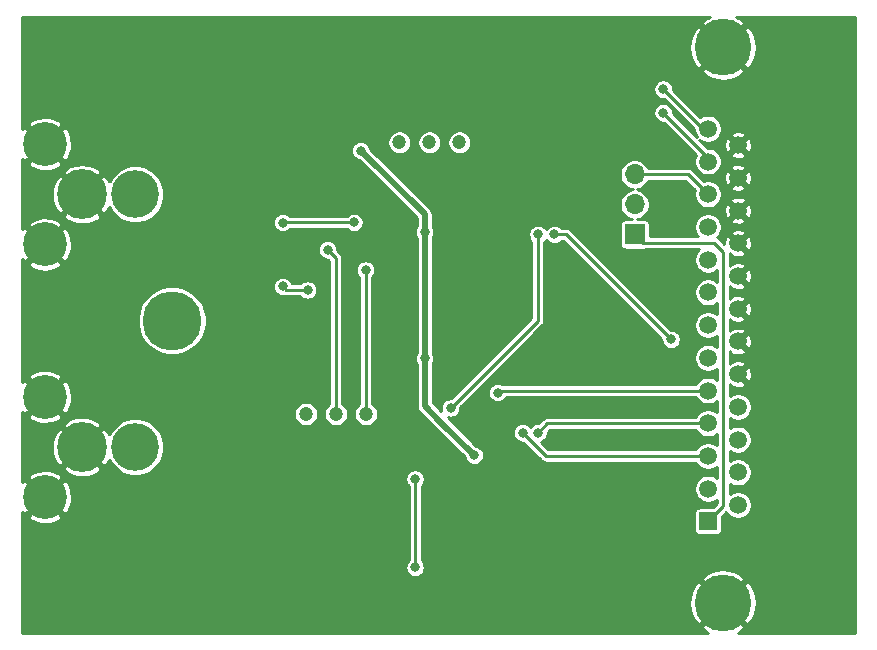
<source format=gbr>
%TF.GenerationSoftware,KiCad,Pcbnew,(5.1.6)-1*%
%TF.CreationDate,2022-10-16T07:02:28-04:00*%
%TF.ProjectId,Amiga-Stereo-Digitizer,416d6967-612d-4537-9465-72656f2d4469,rev?*%
%TF.SameCoordinates,Original*%
%TF.FileFunction,Copper,L2,Bot*%
%TF.FilePolarity,Positive*%
%FSLAX46Y46*%
G04 Gerber Fmt 4.6, Leading zero omitted, Abs format (unit mm)*
G04 Created by KiCad (PCBNEW (5.1.6)-1) date 2022-10-16 07:02:28*
%MOMM*%
%LPD*%
G01*
G04 APERTURE LIST*
%TA.AperFunction,ComponentPad*%
%ADD10C,0.800000*%
%TD*%
%TA.AperFunction,ComponentPad*%
%ADD11C,5.000000*%
%TD*%
%TA.AperFunction,ComponentPad*%
%ADD12R,1.500000X1.500000*%
%TD*%
%TA.AperFunction,ComponentPad*%
%ADD13C,1.500000*%
%TD*%
%TA.AperFunction,ComponentPad*%
%ADD14C,4.800000*%
%TD*%
%TA.AperFunction,ComponentPad*%
%ADD15R,1.700000X1.700000*%
%TD*%
%TA.AperFunction,ComponentPad*%
%ADD16O,1.700000X1.700000*%
%TD*%
%TA.AperFunction,ComponentPad*%
%ADD17C,4.230000*%
%TD*%
%TA.AperFunction,ComponentPad*%
%ADD18C,4.035000*%
%TD*%
%TA.AperFunction,ComponentPad*%
%ADD19C,3.720000*%
%TD*%
%TA.AperFunction,ComponentPad*%
%ADD20C,1.200000*%
%TD*%
%TA.AperFunction,ViaPad*%
%ADD21C,0.800000*%
%TD*%
%TA.AperFunction,Conductor*%
%ADD22C,0.250000*%
%TD*%
%TA.AperFunction,Conductor*%
%ADD23C,0.500000*%
%TD*%
%TA.AperFunction,Conductor*%
%ADD24C,0.254000*%
%TD*%
G04 APERTURE END LIST*
D10*
%TO.P,REF\u002A\u002A,1*%
%TO.N,N/C*%
X150450825Y-89474175D03*
X149125000Y-88925000D03*
X147799175Y-89474175D03*
X147250000Y-90800000D03*
X147799175Y-92125825D03*
X149125000Y-92675000D03*
X150450825Y-92125825D03*
X151000000Y-90800000D03*
D11*
X149125000Y-90800000D03*
%TD*%
D12*
%TO.P,J0,1*%
%TO.N,STROBE*%
X194500000Y-107800000D03*
D13*
%TO.P,J0,2*%
%TO.N,D0*%
X194500000Y-105030000D03*
%TO.P,J0,3*%
%TO.N,D1*%
X194500000Y-102260000D03*
%TO.P,J0,4*%
%TO.N,D2*%
X194500000Y-99490000D03*
%TO.P,J0,5*%
%TO.N,D3*%
X194500000Y-96720000D03*
%TO.P,J0,6*%
%TO.N,D4*%
X194500000Y-93950000D03*
%TO.P,J0,7*%
%TO.N,D5*%
X194500000Y-91180000D03*
%TO.P,J0,8*%
%TO.N,D6*%
X194500000Y-88410000D03*
%TO.P,J0,9*%
%TO.N,D7*%
X194500000Y-85640000D03*
%TO.P,J0,10*%
%TO.N,Net-(J0-Pad10)*%
X194500000Y-82870000D03*
%TO.P,J0,11*%
%TO.N,BUSY*%
X194500000Y-80100000D03*
%TO.P,J0,12*%
%TO.N,POUT*%
X194500000Y-77330000D03*
%TO.P,J0,13*%
%TO.N,SEL*%
X194500000Y-74560000D03*
%TO.P,J0,14*%
%TO.N,VCC*%
X197040000Y-106415000D03*
%TO.P,J0,15*%
%TO.N,Net-(J0-Pad15)*%
X197040000Y-103645000D03*
%TO.P,J0,16*%
%TO.N,Net-(J0-Pad16)*%
X197040000Y-100875000D03*
%TO.P,J0,17*%
%TO.N,Net-(J0-Pad17)*%
X197040000Y-98105000D03*
%TO.P,J0,18*%
%TO.N,GND*%
X197040000Y-95335000D03*
%TO.P,J0,19*%
X197040000Y-92565000D03*
%TO.P,J0,20*%
X197040000Y-89795000D03*
%TO.P,J0,21*%
X197040000Y-87025000D03*
%TO.P,J0,22*%
X197040000Y-84255000D03*
%TO.P,J0,23*%
X197040000Y-81485000D03*
%TO.P,J0,24*%
X197040000Y-78715000D03*
%TO.P,J0,25*%
X197040000Y-75945000D03*
D14*
%TO.P,J0,MH1*%
X195770000Y-114700000D03*
%TO.P,J0,MH2*%
X195770000Y-67660000D03*
%TD*%
D15*
%TO.P,J1,1*%
%TO.N,STROBE*%
X188300000Y-83500000D03*
D16*
%TO.P,J1,2*%
%TO.N,SELECT*%
X188300000Y-80960000D03*
%TO.P,J1,3*%
%TO.N,BUSY*%
X188300000Y-78420000D03*
%TD*%
D17*
%TO.P,J2,1*%
%TO.N,GND*%
X141500000Y-101500000D03*
D18*
%TO.P,J2,2*%
%TO.N,Net-(C2-Pad2)*%
X146000000Y-101500000D03*
D19*
%TO.P,J2,MH1*%
%TO.N,GND*%
X138350000Y-105750000D03*
%TO.P,J2,MH2*%
X138350000Y-97250000D03*
%TD*%
D17*
%TO.P,J3,1*%
%TO.N,GND*%
X141500000Y-80100000D03*
D18*
%TO.P,J3,2*%
%TO.N,Net-(C4-Pad2)*%
X146000000Y-80100000D03*
D19*
%TO.P,J3,MH1*%
%TO.N,GND*%
X138350000Y-84350000D03*
%TO.P,J3,MH2*%
X138350000Y-75850000D03*
%TD*%
D20*
%TO.P,VR1,3*%
%TO.N,IN2*%
X173440000Y-75700000D03*
%TO.P,VR1,2*%
%TO.N,Net-(R12-Pad1)*%
X170900000Y-75700000D03*
%TO.P,VR1,1*%
X168360000Y-75700000D03*
%TD*%
%TO.P,VR2,1*%
%TO.N,Net-(R5-Pad1)*%
X160460000Y-98700000D03*
%TO.P,VR2,2*%
X163000000Y-98700000D03*
%TO.P,VR2,3*%
%TO.N,IN1*%
X165540000Y-98700000D03*
%TD*%
D21*
%TO.N,GND*%
X178800000Y-89800000D03*
X177600000Y-89800000D03*
X176300000Y-89800000D03*
X187300000Y-95100000D03*
X172900000Y-93100000D03*
X178400000Y-104100000D03*
X181300000Y-104100000D03*
X168000000Y-109300000D03*
X155100000Y-104900000D03*
X183910000Y-89809998D03*
X159800000Y-93200000D03*
X168600000Y-93200000D03*
X164200000Y-93200000D03*
X159800000Y-79600000D03*
X192400000Y-100800000D03*
X162400000Y-110200000D03*
X165300000Y-107500000D03*
X164700000Y-85100000D03*
%TO.N,VCC*%
X169700000Y-104200000D03*
X169700000Y-111700000D03*
X174700000Y-102200000D03*
X170500000Y-83300000D03*
X165100000Y-76400000D03*
X170500000Y-94000000D03*
%TO.N,OE*%
X180100000Y-83500000D03*
X172700000Y-98200000D03*
%TO.N,SEL*%
X190700000Y-71200000D03*
%TO.N,POUT*%
X190700000Y-73200000D03*
%TO.N,IN1*%
X165512000Y-86512000D03*
%TO.N,ALE*%
X181500000Y-83500000D03*
X191375000Y-92389847D03*
%TO.N,D3*%
X176700000Y-96900000D03*
%TO.N,D2*%
X180100000Y-100300000D03*
%TO.N,D1*%
X178800000Y-100300000D03*
%TO.N,Net-(R3-Pad2)*%
X160600000Y-88200000D03*
X158500000Y-87900000D03*
%TO.N,Net-(R5-Pad1)*%
X162300000Y-84800000D03*
%TO.N,Net-(R10-Pad2)*%
X164518558Y-82481442D03*
X158500000Y-82500000D03*
%TD*%
D22*
%TO.N,VCC*%
X169700000Y-104200000D02*
X169700000Y-111700000D01*
D23*
X174700000Y-102200000D02*
X171849999Y-99349999D01*
X171849999Y-99349999D02*
X170500000Y-98000000D01*
X170500000Y-83300000D02*
X170500000Y-81800000D01*
X170500000Y-81800000D02*
X165100000Y-76400000D01*
X170500000Y-98000000D02*
X170500000Y-94000000D01*
X170500000Y-94000000D02*
X170500000Y-83300000D01*
D22*
%TO.N,OE*%
X180100000Y-83500000D02*
X180100000Y-90800000D01*
X180100000Y-90800000D02*
X172700000Y-98200000D01*
%TO.N,SEL*%
X194060000Y-74560000D02*
X194500000Y-74560000D01*
X190700000Y-71200000D02*
X194060000Y-74560000D01*
%TO.N,POUT*%
X194500000Y-77000000D02*
X194500000Y-77330000D01*
X190700000Y-73200000D02*
X194500000Y-77000000D01*
%TO.N,IN1*%
X165540000Y-86540000D02*
X165512000Y-86512000D01*
X165540000Y-98700000D02*
X165540000Y-86540000D01*
%TO.N,ALE*%
X181500000Y-83500000D02*
X182485153Y-83500000D01*
X182485153Y-83500000D02*
X191375000Y-92389847D01*
%TO.N,D3*%
X194500000Y-96720000D02*
X176880000Y-96720000D01*
X176880000Y-96720000D02*
X176700000Y-96900000D01*
%TO.N,D2*%
X194500000Y-99490000D02*
X180910000Y-99490000D01*
X180910000Y-99490000D02*
X180100000Y-100300000D01*
%TO.N,D1*%
X194500000Y-102260000D02*
X180760000Y-102260000D01*
X180760000Y-102260000D02*
X178800000Y-100300000D01*
%TO.N,STROBE*%
X189000000Y-84200000D02*
X188300000Y-83500000D01*
X195800000Y-85000000D02*
X195000000Y-84200000D01*
X194500000Y-107800000D02*
X195800000Y-106500000D01*
X195000000Y-84200000D02*
X189000000Y-84200000D01*
X195800000Y-106500000D02*
X195800000Y-85000000D01*
%TO.N,BUSY*%
X192820000Y-78420000D02*
X194500000Y-80100000D01*
X188300000Y-78420000D02*
X192820000Y-78420000D01*
%TO.N,Net-(R3-Pad2)*%
X160600000Y-88200000D02*
X158800000Y-88200000D01*
X158800000Y-88200000D02*
X158500000Y-87900000D01*
%TO.N,Net-(R5-Pad1)*%
X163000000Y-98700000D02*
X163000000Y-85500000D01*
X163000000Y-85500000D02*
X162300000Y-84800000D01*
%TO.N,Net-(R10-Pad2)*%
X164518558Y-82481442D02*
X158518558Y-82481442D01*
X158518558Y-82481442D02*
X158500000Y-82500000D01*
%TD*%
D24*
%TO.N,GND*%
G36*
X194204705Y-65289492D02*
G01*
X193928709Y-65639104D01*
X195770000Y-67480395D01*
X197611291Y-65639104D01*
X197335295Y-65289492D01*
X196885091Y-65052000D01*
X206948000Y-65052000D01*
X206948001Y-117248000D01*
X197003229Y-117248000D01*
X197335295Y-117070508D01*
X197611291Y-116720896D01*
X195770000Y-114879605D01*
X193928709Y-116720896D01*
X194204705Y-117070508D01*
X194541170Y-117248000D01*
X136452000Y-117248000D01*
X136452000Y-114715488D01*
X192929364Y-114715488D01*
X192986968Y-115269371D01*
X193151522Y-115801373D01*
X193399492Y-116265295D01*
X193749104Y-116541291D01*
X195590395Y-114700000D01*
X195949605Y-114700000D01*
X197790896Y-116541291D01*
X198140508Y-116265295D01*
X198400333Y-115772755D01*
X198559076Y-115238990D01*
X198610636Y-114684512D01*
X198553032Y-114130629D01*
X198388478Y-113598627D01*
X198140508Y-113134705D01*
X197790896Y-112858709D01*
X195949605Y-114700000D01*
X195590395Y-114700000D01*
X193749104Y-112858709D01*
X193399492Y-113134705D01*
X193139667Y-113627245D01*
X192980924Y-114161010D01*
X192929364Y-114715488D01*
X136452000Y-114715488D01*
X136452000Y-112679104D01*
X193928709Y-112679104D01*
X195770000Y-114520395D01*
X197611291Y-112679104D01*
X197335295Y-112329492D01*
X196842755Y-112069667D01*
X196308990Y-111910924D01*
X195754512Y-111859364D01*
X195200629Y-111916968D01*
X194668627Y-112081522D01*
X194204705Y-112329492D01*
X193928709Y-112679104D01*
X136452000Y-112679104D01*
X136452000Y-107386693D01*
X136892912Y-107386693D01*
X137104040Y-107680982D01*
X137504697Y-107886954D01*
X137937838Y-108010804D01*
X138386819Y-108047772D01*
X138834384Y-107996438D01*
X139263335Y-107858774D01*
X139595960Y-107680982D01*
X139807088Y-107386693D01*
X138350000Y-105929605D01*
X136892912Y-107386693D01*
X136452000Y-107386693D01*
X136452000Y-107019622D01*
X136713307Y-107207088D01*
X138170395Y-105750000D01*
X138529605Y-105750000D01*
X139986693Y-107207088D01*
X140280982Y-106995960D01*
X140486954Y-106595303D01*
X140610804Y-106162162D01*
X140647772Y-105713181D01*
X140596438Y-105265616D01*
X140458774Y-104836665D01*
X140280982Y-104504040D01*
X139986693Y-104292912D01*
X138529605Y-105750000D01*
X138170395Y-105750000D01*
X136713307Y-104292912D01*
X136452000Y-104480378D01*
X136452000Y-104113307D01*
X136892912Y-104113307D01*
X138350000Y-105570395D01*
X139801847Y-104118548D01*
X168873000Y-104118548D01*
X168873000Y-104281452D01*
X168904782Y-104441227D01*
X168967123Y-104591731D01*
X169057628Y-104727181D01*
X169148000Y-104817553D01*
X169148001Y-111082446D01*
X169057628Y-111172819D01*
X168967123Y-111308269D01*
X168904782Y-111458773D01*
X168873000Y-111618548D01*
X168873000Y-111781452D01*
X168904782Y-111941227D01*
X168967123Y-112091731D01*
X169057628Y-112227181D01*
X169172819Y-112342372D01*
X169308269Y-112432877D01*
X169458773Y-112495218D01*
X169618548Y-112527000D01*
X169781452Y-112527000D01*
X169941227Y-112495218D01*
X170091731Y-112432877D01*
X170227181Y-112342372D01*
X170342372Y-112227181D01*
X170432877Y-112091731D01*
X170495218Y-111941227D01*
X170527000Y-111781452D01*
X170527000Y-111618548D01*
X170495218Y-111458773D01*
X170432877Y-111308269D01*
X170342372Y-111172819D01*
X170252000Y-111082447D01*
X170252000Y-104817553D01*
X170342372Y-104727181D01*
X170432877Y-104591731D01*
X170495218Y-104441227D01*
X170527000Y-104281452D01*
X170527000Y-104118548D01*
X170495218Y-103958773D01*
X170432877Y-103808269D01*
X170342372Y-103672819D01*
X170227181Y-103557628D01*
X170091731Y-103467123D01*
X169941227Y-103404782D01*
X169781452Y-103373000D01*
X169618548Y-103373000D01*
X169458773Y-103404782D01*
X169308269Y-103467123D01*
X169172819Y-103557628D01*
X169057628Y-103672819D01*
X168967123Y-103808269D01*
X168904782Y-103958773D01*
X168873000Y-104118548D01*
X139801847Y-104118548D01*
X139807088Y-104113307D01*
X139595960Y-103819018D01*
X139195303Y-103613046D01*
X138762162Y-103489196D01*
X138313181Y-103452228D01*
X137865616Y-103503562D01*
X137436665Y-103641226D01*
X137104040Y-103819018D01*
X136892912Y-104113307D01*
X136452000Y-104113307D01*
X136452000Y-103318150D01*
X139861455Y-103318150D01*
X140103222Y-103638565D01*
X140547275Y-103869971D01*
X141027940Y-104010300D01*
X141526745Y-104054159D01*
X142024523Y-103999864D01*
X142502144Y-103849501D01*
X142896778Y-103638565D01*
X143138545Y-103318150D01*
X141500000Y-101679605D01*
X139861455Y-103318150D01*
X136452000Y-103318150D01*
X136452000Y-101526745D01*
X138945841Y-101526745D01*
X139000136Y-102024523D01*
X139150499Y-102502144D01*
X139361435Y-102896778D01*
X139681850Y-103138545D01*
X141320395Y-101500000D01*
X141679605Y-101500000D01*
X143318150Y-103138545D01*
X143638565Y-102896778D01*
X143802418Y-102582355D01*
X143833712Y-102657905D01*
X144101233Y-103058278D01*
X144441722Y-103398767D01*
X144842095Y-103666288D01*
X145286966Y-103850559D01*
X145759238Y-103944500D01*
X146240762Y-103944500D01*
X146713034Y-103850559D01*
X147157905Y-103666288D01*
X147558278Y-103398767D01*
X147898767Y-103058278D01*
X148166288Y-102657905D01*
X148350559Y-102213034D01*
X148444500Y-101740762D01*
X148444500Y-101259238D01*
X148350559Y-100786966D01*
X148166288Y-100342095D01*
X147898767Y-99941722D01*
X147558278Y-99601233D01*
X147157905Y-99333712D01*
X146713034Y-99149441D01*
X146240762Y-99055500D01*
X145759238Y-99055500D01*
X145286966Y-99149441D01*
X144842095Y-99333712D01*
X144441722Y-99601233D01*
X144101233Y-99941722D01*
X143833712Y-100342095D01*
X143804256Y-100413208D01*
X143638565Y-100103222D01*
X143318150Y-99861455D01*
X141679605Y-101500000D01*
X141320395Y-101500000D01*
X139681850Y-99861455D01*
X139361435Y-100103222D01*
X139130029Y-100547275D01*
X138989700Y-101027940D01*
X138945841Y-101526745D01*
X136452000Y-101526745D01*
X136452000Y-99681850D01*
X139861455Y-99681850D01*
X141500000Y-101320395D01*
X143138545Y-99681850D01*
X142896778Y-99361435D01*
X142452725Y-99130029D01*
X141972060Y-98989700D01*
X141473255Y-98945841D01*
X140975477Y-99000136D01*
X140497856Y-99150499D01*
X140103222Y-99361435D01*
X139861455Y-99681850D01*
X136452000Y-99681850D01*
X136452000Y-98886693D01*
X136892912Y-98886693D01*
X137104040Y-99180982D01*
X137504697Y-99386954D01*
X137937838Y-99510804D01*
X138386819Y-99547772D01*
X138834384Y-99496438D01*
X139263335Y-99358774D01*
X139595960Y-99180982D01*
X139807088Y-98886693D01*
X138350000Y-97429605D01*
X136892912Y-98886693D01*
X136452000Y-98886693D01*
X136452000Y-98519622D01*
X136713307Y-98707088D01*
X138170395Y-97250000D01*
X138529605Y-97250000D01*
X139986693Y-98707088D01*
X140137566Y-98598849D01*
X159433000Y-98598849D01*
X159433000Y-98801151D01*
X159472467Y-98999565D01*
X159549885Y-99186467D01*
X159662277Y-99354674D01*
X159805326Y-99497723D01*
X159973533Y-99610115D01*
X160160435Y-99687533D01*
X160358849Y-99727000D01*
X160561151Y-99727000D01*
X160759565Y-99687533D01*
X160946467Y-99610115D01*
X161114674Y-99497723D01*
X161257723Y-99354674D01*
X161370115Y-99186467D01*
X161447533Y-98999565D01*
X161487000Y-98801151D01*
X161487000Y-98598849D01*
X161447533Y-98400435D01*
X161370115Y-98213533D01*
X161257723Y-98045326D01*
X161114674Y-97902277D01*
X160946467Y-97789885D01*
X160759565Y-97712467D01*
X160561151Y-97673000D01*
X160358849Y-97673000D01*
X160160435Y-97712467D01*
X159973533Y-97789885D01*
X159805326Y-97902277D01*
X159662277Y-98045326D01*
X159549885Y-98213533D01*
X159472467Y-98400435D01*
X159433000Y-98598849D01*
X140137566Y-98598849D01*
X140280982Y-98495960D01*
X140486954Y-98095303D01*
X140610804Y-97662162D01*
X140647772Y-97213181D01*
X140596438Y-96765616D01*
X140458774Y-96336665D01*
X140280982Y-96004040D01*
X139986693Y-95792912D01*
X138529605Y-97250000D01*
X138170395Y-97250000D01*
X136713307Y-95792912D01*
X136452000Y-95980378D01*
X136452000Y-95613307D01*
X136892912Y-95613307D01*
X138350000Y-97070395D01*
X139807088Y-95613307D01*
X139595960Y-95319018D01*
X139195303Y-95113046D01*
X138762162Y-94989196D01*
X138313181Y-94952228D01*
X137865616Y-95003562D01*
X137436665Y-95141226D01*
X137104040Y-95319018D01*
X136892912Y-95613307D01*
X136452000Y-95613307D01*
X136452000Y-90511716D01*
X146198000Y-90511716D01*
X146198000Y-91088284D01*
X146310482Y-91653775D01*
X146531126Y-92186455D01*
X146851450Y-92665854D01*
X147259146Y-93073550D01*
X147738545Y-93393874D01*
X148271225Y-93614518D01*
X148836716Y-93727000D01*
X149413284Y-93727000D01*
X149978775Y-93614518D01*
X150511455Y-93393874D01*
X150990854Y-93073550D01*
X151398550Y-92665854D01*
X151718874Y-92186455D01*
X151939518Y-91653775D01*
X152052000Y-91088284D01*
X152052000Y-90511716D01*
X151939518Y-89946225D01*
X151718874Y-89413545D01*
X151398550Y-88934146D01*
X150990854Y-88526450D01*
X150511455Y-88206126D01*
X149978775Y-87985482D01*
X149413284Y-87873000D01*
X148836716Y-87873000D01*
X148271225Y-87985482D01*
X147738545Y-88206126D01*
X147259146Y-88526450D01*
X146851450Y-88934146D01*
X146531126Y-89413545D01*
X146310482Y-89946225D01*
X146198000Y-90511716D01*
X136452000Y-90511716D01*
X136452000Y-87818548D01*
X157673000Y-87818548D01*
X157673000Y-87981452D01*
X157704782Y-88141227D01*
X157767123Y-88291731D01*
X157857628Y-88427181D01*
X157972819Y-88542372D01*
X158108269Y-88632877D01*
X158258773Y-88695218D01*
X158418548Y-88727000D01*
X158581452Y-88727000D01*
X158614221Y-88720482D01*
X158691789Y-88744012D01*
X158772891Y-88752000D01*
X158772893Y-88752000D01*
X158799999Y-88754670D01*
X158827105Y-88752000D01*
X159982447Y-88752000D01*
X160072819Y-88842372D01*
X160208269Y-88932877D01*
X160358773Y-88995218D01*
X160518548Y-89027000D01*
X160681452Y-89027000D01*
X160841227Y-88995218D01*
X160991731Y-88932877D01*
X161127181Y-88842372D01*
X161242372Y-88727181D01*
X161332877Y-88591731D01*
X161395218Y-88441227D01*
X161427000Y-88281452D01*
X161427000Y-88118548D01*
X161395218Y-87958773D01*
X161332877Y-87808269D01*
X161242372Y-87672819D01*
X161127181Y-87557628D01*
X160991731Y-87467123D01*
X160841227Y-87404782D01*
X160681452Y-87373000D01*
X160518548Y-87373000D01*
X160358773Y-87404782D01*
X160208269Y-87467123D01*
X160072819Y-87557628D01*
X159982447Y-87648000D01*
X159290756Y-87648000D01*
X159232877Y-87508269D01*
X159142372Y-87372819D01*
X159027181Y-87257628D01*
X158891731Y-87167123D01*
X158741227Y-87104782D01*
X158581452Y-87073000D01*
X158418548Y-87073000D01*
X158258773Y-87104782D01*
X158108269Y-87167123D01*
X157972819Y-87257628D01*
X157857628Y-87372819D01*
X157767123Y-87508269D01*
X157704782Y-87658773D01*
X157673000Y-87818548D01*
X136452000Y-87818548D01*
X136452000Y-85986693D01*
X136892912Y-85986693D01*
X137104040Y-86280982D01*
X137504697Y-86486954D01*
X137937838Y-86610804D01*
X138386819Y-86647772D01*
X138834384Y-86596438D01*
X139263335Y-86458774D01*
X139595960Y-86280982D01*
X139807088Y-85986693D01*
X138350000Y-84529605D01*
X136892912Y-85986693D01*
X136452000Y-85986693D01*
X136452000Y-85619622D01*
X136713307Y-85807088D01*
X138170395Y-84350000D01*
X138529605Y-84350000D01*
X139986693Y-85807088D01*
X140280982Y-85595960D01*
X140486954Y-85195303D01*
X140610804Y-84762162D01*
X140614395Y-84718548D01*
X161473000Y-84718548D01*
X161473000Y-84881452D01*
X161504782Y-85041227D01*
X161567123Y-85191731D01*
X161657628Y-85327181D01*
X161772819Y-85442372D01*
X161908269Y-85532877D01*
X162058773Y-85595218D01*
X162218548Y-85627000D01*
X162346355Y-85627000D01*
X162448001Y-85728646D01*
X162448000Y-97833673D01*
X162345326Y-97902277D01*
X162202277Y-98045326D01*
X162089885Y-98213533D01*
X162012467Y-98400435D01*
X161973000Y-98598849D01*
X161973000Y-98801151D01*
X162012467Y-98999565D01*
X162089885Y-99186467D01*
X162202277Y-99354674D01*
X162345326Y-99497723D01*
X162513533Y-99610115D01*
X162700435Y-99687533D01*
X162898849Y-99727000D01*
X163101151Y-99727000D01*
X163299565Y-99687533D01*
X163486467Y-99610115D01*
X163654674Y-99497723D01*
X163797723Y-99354674D01*
X163910115Y-99186467D01*
X163987533Y-98999565D01*
X164027000Y-98801151D01*
X164027000Y-98598849D01*
X164513000Y-98598849D01*
X164513000Y-98801151D01*
X164552467Y-98999565D01*
X164629885Y-99186467D01*
X164742277Y-99354674D01*
X164885326Y-99497723D01*
X165053533Y-99610115D01*
X165240435Y-99687533D01*
X165438849Y-99727000D01*
X165641151Y-99727000D01*
X165839565Y-99687533D01*
X166026467Y-99610115D01*
X166194674Y-99497723D01*
X166337723Y-99354674D01*
X166450115Y-99186467D01*
X166527533Y-98999565D01*
X166567000Y-98801151D01*
X166567000Y-98598849D01*
X166527533Y-98400435D01*
X166450115Y-98213533D01*
X166337723Y-98045326D01*
X166194674Y-97902277D01*
X166092000Y-97833673D01*
X166092000Y-87101553D01*
X166154372Y-87039181D01*
X166244877Y-86903731D01*
X166307218Y-86753227D01*
X166339000Y-86593452D01*
X166339000Y-86430548D01*
X166307218Y-86270773D01*
X166244877Y-86120269D01*
X166154372Y-85984819D01*
X166039181Y-85869628D01*
X165903731Y-85779123D01*
X165753227Y-85716782D01*
X165593452Y-85685000D01*
X165430548Y-85685000D01*
X165270773Y-85716782D01*
X165120269Y-85779123D01*
X164984819Y-85869628D01*
X164869628Y-85984819D01*
X164779123Y-86120269D01*
X164716782Y-86270773D01*
X164685000Y-86430548D01*
X164685000Y-86593452D01*
X164716782Y-86753227D01*
X164779123Y-86903731D01*
X164869628Y-87039181D01*
X164984819Y-87154372D01*
X164988001Y-87156498D01*
X164988000Y-97833673D01*
X164885326Y-97902277D01*
X164742277Y-98045326D01*
X164629885Y-98213533D01*
X164552467Y-98400435D01*
X164513000Y-98598849D01*
X164027000Y-98598849D01*
X163987533Y-98400435D01*
X163910115Y-98213533D01*
X163797723Y-98045326D01*
X163654674Y-97902277D01*
X163552000Y-97833673D01*
X163552000Y-85527097D01*
X163554669Y-85499999D01*
X163552000Y-85472901D01*
X163552000Y-85472891D01*
X163544012Y-85391789D01*
X163512448Y-85287737D01*
X163461191Y-85191842D01*
X163392211Y-85107789D01*
X163371154Y-85090508D01*
X163127000Y-84846355D01*
X163127000Y-84718548D01*
X163095218Y-84558773D01*
X163032877Y-84408269D01*
X162942372Y-84272819D01*
X162827181Y-84157628D01*
X162691731Y-84067123D01*
X162541227Y-84004782D01*
X162381452Y-83973000D01*
X162218548Y-83973000D01*
X162058773Y-84004782D01*
X161908269Y-84067123D01*
X161772819Y-84157628D01*
X161657628Y-84272819D01*
X161567123Y-84408269D01*
X161504782Y-84558773D01*
X161473000Y-84718548D01*
X140614395Y-84718548D01*
X140647772Y-84313181D01*
X140596438Y-83865616D01*
X140458774Y-83436665D01*
X140280982Y-83104040D01*
X139986693Y-82892912D01*
X138529605Y-84350000D01*
X138170395Y-84350000D01*
X136713307Y-82892912D01*
X136452000Y-83080378D01*
X136452000Y-82713307D01*
X136892912Y-82713307D01*
X138350000Y-84170395D01*
X139807088Y-82713307D01*
X139595960Y-82419018D01*
X139195303Y-82213046D01*
X138762162Y-82089196D01*
X138313181Y-82052228D01*
X137865616Y-82103562D01*
X137436665Y-82241226D01*
X137104040Y-82419018D01*
X136892912Y-82713307D01*
X136452000Y-82713307D01*
X136452000Y-81918150D01*
X139861455Y-81918150D01*
X140103222Y-82238565D01*
X140547275Y-82469971D01*
X141027940Y-82610300D01*
X141526745Y-82654159D01*
X142024523Y-82599864D01*
X142502144Y-82449501D01*
X142896778Y-82238565D01*
X143138545Y-81918150D01*
X141500000Y-80279605D01*
X139861455Y-81918150D01*
X136452000Y-81918150D01*
X136452000Y-80126745D01*
X138945841Y-80126745D01*
X139000136Y-80624523D01*
X139150499Y-81102144D01*
X139361435Y-81496778D01*
X139681850Y-81738545D01*
X141320395Y-80100000D01*
X141679605Y-80100000D01*
X143318150Y-81738545D01*
X143638565Y-81496778D01*
X143802418Y-81182355D01*
X143833712Y-81257905D01*
X144101233Y-81658278D01*
X144441722Y-81998767D01*
X144842095Y-82266288D01*
X145286966Y-82450559D01*
X145759238Y-82544500D01*
X146240762Y-82544500D01*
X146713034Y-82450559D01*
X146790315Y-82418548D01*
X157673000Y-82418548D01*
X157673000Y-82581452D01*
X157704782Y-82741227D01*
X157767123Y-82891731D01*
X157857628Y-83027181D01*
X157972819Y-83142372D01*
X158108269Y-83232877D01*
X158258773Y-83295218D01*
X158418548Y-83327000D01*
X158581452Y-83327000D01*
X158741227Y-83295218D01*
X158891731Y-83232877D01*
X159027181Y-83142372D01*
X159136111Y-83033442D01*
X163901005Y-83033442D01*
X163991377Y-83123814D01*
X164126827Y-83214319D01*
X164277331Y-83276660D01*
X164437106Y-83308442D01*
X164600010Y-83308442D01*
X164759785Y-83276660D01*
X164910289Y-83214319D01*
X165045739Y-83123814D01*
X165160930Y-83008623D01*
X165251435Y-82873173D01*
X165313776Y-82722669D01*
X165345558Y-82562894D01*
X165345558Y-82399990D01*
X165313776Y-82240215D01*
X165251435Y-82089711D01*
X165160930Y-81954261D01*
X165045739Y-81839070D01*
X164910289Y-81748565D01*
X164759785Y-81686224D01*
X164600010Y-81654442D01*
X164437106Y-81654442D01*
X164277331Y-81686224D01*
X164126827Y-81748565D01*
X163991377Y-81839070D01*
X163901005Y-81929442D01*
X159098995Y-81929442D01*
X159027181Y-81857628D01*
X158891731Y-81767123D01*
X158741227Y-81704782D01*
X158581452Y-81673000D01*
X158418548Y-81673000D01*
X158258773Y-81704782D01*
X158108269Y-81767123D01*
X157972819Y-81857628D01*
X157857628Y-81972819D01*
X157767123Y-82108269D01*
X157704782Y-82258773D01*
X157673000Y-82418548D01*
X146790315Y-82418548D01*
X147157905Y-82266288D01*
X147558278Y-81998767D01*
X147898767Y-81658278D01*
X148166288Y-81257905D01*
X148350559Y-80813034D01*
X148444500Y-80340762D01*
X148444500Y-79859238D01*
X148350559Y-79386966D01*
X148166288Y-78942095D01*
X147898767Y-78541722D01*
X147558278Y-78201233D01*
X147157905Y-77933712D01*
X146713034Y-77749441D01*
X146240762Y-77655500D01*
X145759238Y-77655500D01*
X145286966Y-77749441D01*
X144842095Y-77933712D01*
X144441722Y-78201233D01*
X144101233Y-78541722D01*
X143833712Y-78942095D01*
X143804256Y-79013208D01*
X143638565Y-78703222D01*
X143318150Y-78461455D01*
X141679605Y-80100000D01*
X141320395Y-80100000D01*
X139681850Y-78461455D01*
X139361435Y-78703222D01*
X139130029Y-79147275D01*
X138989700Y-79627940D01*
X138945841Y-80126745D01*
X136452000Y-80126745D01*
X136452000Y-78281850D01*
X139861455Y-78281850D01*
X141500000Y-79920395D01*
X143138545Y-78281850D01*
X142896778Y-77961435D01*
X142452725Y-77730029D01*
X141972060Y-77589700D01*
X141473255Y-77545841D01*
X140975477Y-77600136D01*
X140497856Y-77750499D01*
X140103222Y-77961435D01*
X139861455Y-78281850D01*
X136452000Y-78281850D01*
X136452000Y-77486693D01*
X136892912Y-77486693D01*
X137104040Y-77780982D01*
X137504697Y-77986954D01*
X137937838Y-78110804D01*
X138386819Y-78147772D01*
X138834384Y-78096438D01*
X139263335Y-77958774D01*
X139595960Y-77780982D01*
X139807088Y-77486693D01*
X138350000Y-76029605D01*
X136892912Y-77486693D01*
X136452000Y-77486693D01*
X136452000Y-77119622D01*
X136713307Y-77307088D01*
X138170395Y-75850000D01*
X138529605Y-75850000D01*
X139986693Y-77307088D01*
X140280982Y-77095960D01*
X140486954Y-76695303D01*
X140594681Y-76318548D01*
X164273000Y-76318548D01*
X164273000Y-76481452D01*
X164304782Y-76641227D01*
X164367123Y-76791731D01*
X164457628Y-76927181D01*
X164572819Y-77042372D01*
X164708269Y-77132877D01*
X164858773Y-77195218D01*
X164957418Y-77214840D01*
X169823001Y-82080423D01*
X169823000Y-82824643D01*
X169767123Y-82908269D01*
X169704782Y-83058773D01*
X169673000Y-83218548D01*
X169673000Y-83381452D01*
X169704782Y-83541227D01*
X169767123Y-83691731D01*
X169823001Y-83775358D01*
X169823000Y-93524643D01*
X169767123Y-93608269D01*
X169704782Y-93758773D01*
X169673000Y-93918548D01*
X169673000Y-94081452D01*
X169704782Y-94241227D01*
X169767123Y-94391731D01*
X169823001Y-94475358D01*
X169823000Y-97966755D01*
X169819726Y-98000000D01*
X169823000Y-98033245D01*
X169823000Y-98033251D01*
X169831401Y-98118548D01*
X169832796Y-98132714D01*
X169871508Y-98260329D01*
X169934372Y-98377940D01*
X169986311Y-98441227D01*
X170018973Y-98481026D01*
X170044800Y-98502222D01*
X171394800Y-99852223D01*
X171394806Y-99852228D01*
X173885160Y-102342582D01*
X173904782Y-102441227D01*
X173967123Y-102591731D01*
X174057628Y-102727181D01*
X174172819Y-102842372D01*
X174308269Y-102932877D01*
X174458773Y-102995218D01*
X174618548Y-103027000D01*
X174781452Y-103027000D01*
X174941227Y-102995218D01*
X175091731Y-102932877D01*
X175227181Y-102842372D01*
X175342372Y-102727181D01*
X175432877Y-102591731D01*
X175495218Y-102441227D01*
X175527000Y-102281452D01*
X175527000Y-102118548D01*
X175495218Y-101958773D01*
X175432877Y-101808269D01*
X175342372Y-101672819D01*
X175227181Y-101557628D01*
X175091731Y-101467123D01*
X174941227Y-101404782D01*
X174842582Y-101385160D01*
X172448303Y-98990881D01*
X172458773Y-98995218D01*
X172618548Y-99027000D01*
X172781452Y-99027000D01*
X172941227Y-98995218D01*
X173091731Y-98932877D01*
X173227181Y-98842372D01*
X173342372Y-98727181D01*
X173432877Y-98591731D01*
X173495218Y-98441227D01*
X173527000Y-98281452D01*
X173527000Y-98153644D01*
X174862096Y-96818548D01*
X175873000Y-96818548D01*
X175873000Y-96981452D01*
X175904782Y-97141227D01*
X175967123Y-97291731D01*
X176057628Y-97427181D01*
X176172819Y-97542372D01*
X176308269Y-97632877D01*
X176458773Y-97695218D01*
X176618548Y-97727000D01*
X176781452Y-97727000D01*
X176941227Y-97695218D01*
X177091731Y-97632877D01*
X177227181Y-97542372D01*
X177342372Y-97427181D01*
X177432877Y-97291731D01*
X177441050Y-97272000D01*
X193454670Y-97272000D01*
X193456956Y-97277519D01*
X193585764Y-97470294D01*
X193749706Y-97634236D01*
X193942481Y-97763044D01*
X194156682Y-97851769D01*
X194384076Y-97897000D01*
X194615924Y-97897000D01*
X194843318Y-97851769D01*
X195057519Y-97763044D01*
X195248000Y-97635769D01*
X195248000Y-98574231D01*
X195057519Y-98446956D01*
X194843318Y-98358231D01*
X194615924Y-98313000D01*
X194384076Y-98313000D01*
X194156682Y-98358231D01*
X193942481Y-98446956D01*
X193749706Y-98575764D01*
X193585764Y-98739706D01*
X193456956Y-98932481D01*
X193454670Y-98938000D01*
X180937106Y-98938000D01*
X180910000Y-98935330D01*
X180882894Y-98938000D01*
X180882891Y-98938000D01*
X180801789Y-98945988D01*
X180697737Y-98977552D01*
X180601842Y-99028809D01*
X180517789Y-99097789D01*
X180500504Y-99118851D01*
X180146355Y-99473000D01*
X180018548Y-99473000D01*
X179858773Y-99504782D01*
X179708269Y-99567123D01*
X179572819Y-99657628D01*
X179457628Y-99772819D01*
X179450000Y-99784235D01*
X179442372Y-99772819D01*
X179327181Y-99657628D01*
X179191731Y-99567123D01*
X179041227Y-99504782D01*
X178881452Y-99473000D01*
X178718548Y-99473000D01*
X178558773Y-99504782D01*
X178408269Y-99567123D01*
X178272819Y-99657628D01*
X178157628Y-99772819D01*
X178067123Y-99908269D01*
X178004782Y-100058773D01*
X177973000Y-100218548D01*
X177973000Y-100381452D01*
X178004782Y-100541227D01*
X178067123Y-100691731D01*
X178157628Y-100827181D01*
X178272819Y-100942372D01*
X178408269Y-101032877D01*
X178558773Y-101095218D01*
X178718548Y-101127000D01*
X178846356Y-101127000D01*
X180350508Y-102631154D01*
X180367789Y-102652211D01*
X180388845Y-102669491D01*
X180388846Y-102669492D01*
X180451842Y-102721191D01*
X180547737Y-102772448D01*
X180651789Y-102804012D01*
X180760000Y-102814670D01*
X180787108Y-102812000D01*
X193454670Y-102812000D01*
X193456956Y-102817519D01*
X193585764Y-103010294D01*
X193749706Y-103174236D01*
X193942481Y-103303044D01*
X194156682Y-103391769D01*
X194384076Y-103437000D01*
X194615924Y-103437000D01*
X194843318Y-103391769D01*
X195057519Y-103303044D01*
X195248000Y-103175769D01*
X195248000Y-104114231D01*
X195057519Y-103986956D01*
X194843318Y-103898231D01*
X194615924Y-103853000D01*
X194384076Y-103853000D01*
X194156682Y-103898231D01*
X193942481Y-103986956D01*
X193749706Y-104115764D01*
X193585764Y-104279706D01*
X193456956Y-104472481D01*
X193368231Y-104686682D01*
X193323000Y-104914076D01*
X193323000Y-105145924D01*
X193368231Y-105373318D01*
X193456956Y-105587519D01*
X193585764Y-105780294D01*
X193749706Y-105944236D01*
X193942481Y-106073044D01*
X194156682Y-106161769D01*
X194384076Y-106207000D01*
X194615924Y-106207000D01*
X194843318Y-106161769D01*
X195057519Y-106073044D01*
X195248000Y-105945769D01*
X195248000Y-106271354D01*
X194898421Y-106620934D01*
X193750000Y-106620934D01*
X193666293Y-106629178D01*
X193585804Y-106653595D01*
X193511624Y-106693245D01*
X193446605Y-106746605D01*
X193393245Y-106811624D01*
X193353595Y-106885804D01*
X193329178Y-106966293D01*
X193320934Y-107050000D01*
X193320934Y-108550000D01*
X193329178Y-108633707D01*
X193353595Y-108714196D01*
X193393245Y-108788376D01*
X193446605Y-108853395D01*
X193511624Y-108906755D01*
X193585804Y-108946405D01*
X193666293Y-108970822D01*
X193750000Y-108979066D01*
X195250000Y-108979066D01*
X195333707Y-108970822D01*
X195414196Y-108946405D01*
X195488376Y-108906755D01*
X195553395Y-108853395D01*
X195606755Y-108788376D01*
X195646405Y-108714196D01*
X195670822Y-108633707D01*
X195679066Y-108550000D01*
X195679066Y-107401579D01*
X196041485Y-107039161D01*
X196125764Y-107165294D01*
X196289706Y-107329236D01*
X196482481Y-107458044D01*
X196696682Y-107546769D01*
X196924076Y-107592000D01*
X197155924Y-107592000D01*
X197383318Y-107546769D01*
X197597519Y-107458044D01*
X197790294Y-107329236D01*
X197954236Y-107165294D01*
X198083044Y-106972519D01*
X198171769Y-106758318D01*
X198217000Y-106530924D01*
X198217000Y-106299076D01*
X198171769Y-106071682D01*
X198083044Y-105857481D01*
X197954236Y-105664706D01*
X197790294Y-105500764D01*
X197597519Y-105371956D01*
X197383318Y-105283231D01*
X197155924Y-105238000D01*
X196924076Y-105238000D01*
X196696682Y-105283231D01*
X196482481Y-105371956D01*
X196352000Y-105459141D01*
X196352000Y-104600859D01*
X196482481Y-104688044D01*
X196696682Y-104776769D01*
X196924076Y-104822000D01*
X197155924Y-104822000D01*
X197383318Y-104776769D01*
X197597519Y-104688044D01*
X197790294Y-104559236D01*
X197954236Y-104395294D01*
X198083044Y-104202519D01*
X198171769Y-103988318D01*
X198217000Y-103760924D01*
X198217000Y-103529076D01*
X198171769Y-103301682D01*
X198083044Y-103087481D01*
X197954236Y-102894706D01*
X197790294Y-102730764D01*
X197597519Y-102601956D01*
X197383318Y-102513231D01*
X197155924Y-102468000D01*
X196924076Y-102468000D01*
X196696682Y-102513231D01*
X196482481Y-102601956D01*
X196352000Y-102689141D01*
X196352000Y-101830859D01*
X196482481Y-101918044D01*
X196696682Y-102006769D01*
X196924076Y-102052000D01*
X197155924Y-102052000D01*
X197383318Y-102006769D01*
X197597519Y-101918044D01*
X197790294Y-101789236D01*
X197954236Y-101625294D01*
X198083044Y-101432519D01*
X198171769Y-101218318D01*
X198217000Y-100990924D01*
X198217000Y-100759076D01*
X198171769Y-100531682D01*
X198083044Y-100317481D01*
X197954236Y-100124706D01*
X197790294Y-99960764D01*
X197597519Y-99831956D01*
X197383318Y-99743231D01*
X197155924Y-99698000D01*
X196924076Y-99698000D01*
X196696682Y-99743231D01*
X196482481Y-99831956D01*
X196352000Y-99919141D01*
X196352000Y-99060859D01*
X196482481Y-99148044D01*
X196696682Y-99236769D01*
X196924076Y-99282000D01*
X197155924Y-99282000D01*
X197383318Y-99236769D01*
X197597519Y-99148044D01*
X197790294Y-99019236D01*
X197954236Y-98855294D01*
X198083044Y-98662519D01*
X198171769Y-98448318D01*
X198217000Y-98220924D01*
X198217000Y-97989076D01*
X198171769Y-97761682D01*
X198083044Y-97547481D01*
X197954236Y-97354706D01*
X197790294Y-97190764D01*
X197597519Y-97061956D01*
X197383318Y-96973231D01*
X197155924Y-96928000D01*
X196924076Y-96928000D01*
X196696682Y-96973231D01*
X196482481Y-97061956D01*
X196352000Y-97149141D01*
X196352000Y-96202607D01*
X196374314Y-96180293D01*
X196451595Y-96360936D01*
X196663051Y-96456015D01*
X196888992Y-96508014D01*
X197120738Y-96514936D01*
X197349380Y-96476512D01*
X197566133Y-96394221D01*
X197628405Y-96360936D01*
X197705687Y-96180292D01*
X197040000Y-95514605D01*
X197025858Y-95528748D01*
X196846253Y-95349143D01*
X196860395Y-95335000D01*
X197219605Y-95335000D01*
X197885292Y-96000687D01*
X198065936Y-95923405D01*
X198161015Y-95711949D01*
X198213014Y-95486008D01*
X198219936Y-95254262D01*
X198181512Y-95025620D01*
X198099221Y-94808867D01*
X198065936Y-94746595D01*
X197885292Y-94669313D01*
X197219605Y-95335000D01*
X196860395Y-95335000D01*
X196846253Y-95320858D01*
X197025858Y-95141253D01*
X197040000Y-95155395D01*
X197705687Y-94489708D01*
X197628405Y-94309064D01*
X197416949Y-94213985D01*
X197191008Y-94161986D01*
X196959262Y-94155064D01*
X196730620Y-94193488D01*
X196513867Y-94275779D01*
X196451595Y-94309064D01*
X196374314Y-94489707D01*
X196352000Y-94467393D01*
X196352000Y-93432607D01*
X196374314Y-93410293D01*
X196451595Y-93590936D01*
X196663051Y-93686015D01*
X196888992Y-93738014D01*
X197120738Y-93744936D01*
X197349380Y-93706512D01*
X197566133Y-93624221D01*
X197628405Y-93590936D01*
X197705687Y-93410292D01*
X197040000Y-92744605D01*
X197025858Y-92758748D01*
X196846253Y-92579143D01*
X196860395Y-92565000D01*
X197219605Y-92565000D01*
X197885292Y-93230687D01*
X198065936Y-93153405D01*
X198161015Y-92941949D01*
X198213014Y-92716008D01*
X198219936Y-92484262D01*
X198181512Y-92255620D01*
X198099221Y-92038867D01*
X198065936Y-91976595D01*
X197885292Y-91899313D01*
X197219605Y-92565000D01*
X196860395Y-92565000D01*
X196846253Y-92550858D01*
X197025858Y-92371253D01*
X197040000Y-92385395D01*
X197705687Y-91719708D01*
X197628405Y-91539064D01*
X197416949Y-91443985D01*
X197191008Y-91391986D01*
X196959262Y-91385064D01*
X196730620Y-91423488D01*
X196513867Y-91505779D01*
X196451595Y-91539064D01*
X196374314Y-91719707D01*
X196352000Y-91697393D01*
X196352000Y-90662607D01*
X196374314Y-90640293D01*
X196451595Y-90820936D01*
X196663051Y-90916015D01*
X196888992Y-90968014D01*
X197120738Y-90974936D01*
X197349380Y-90936512D01*
X197566133Y-90854221D01*
X197628405Y-90820936D01*
X197705687Y-90640292D01*
X197040000Y-89974605D01*
X197025858Y-89988748D01*
X196846253Y-89809143D01*
X196860395Y-89795000D01*
X197219605Y-89795000D01*
X197885292Y-90460687D01*
X198065936Y-90383405D01*
X198161015Y-90171949D01*
X198213014Y-89946008D01*
X198219936Y-89714262D01*
X198181512Y-89485620D01*
X198099221Y-89268867D01*
X198065936Y-89206595D01*
X197885292Y-89129313D01*
X197219605Y-89795000D01*
X196860395Y-89795000D01*
X196846253Y-89780858D01*
X197025858Y-89601253D01*
X197040000Y-89615395D01*
X197705687Y-88949708D01*
X197628405Y-88769064D01*
X197416949Y-88673985D01*
X197191008Y-88621986D01*
X196959262Y-88615064D01*
X196730620Y-88653488D01*
X196513867Y-88735779D01*
X196451595Y-88769064D01*
X196374314Y-88949707D01*
X196352000Y-88927393D01*
X196352000Y-87892607D01*
X196374314Y-87870293D01*
X196451595Y-88050936D01*
X196663051Y-88146015D01*
X196888992Y-88198014D01*
X197120738Y-88204936D01*
X197349380Y-88166512D01*
X197566133Y-88084221D01*
X197628405Y-88050936D01*
X197705687Y-87870292D01*
X197040000Y-87204605D01*
X197025858Y-87218748D01*
X196846253Y-87039143D01*
X196860395Y-87025000D01*
X197219605Y-87025000D01*
X197885292Y-87690687D01*
X198065936Y-87613405D01*
X198161015Y-87401949D01*
X198213014Y-87176008D01*
X198219936Y-86944262D01*
X198181512Y-86715620D01*
X198099221Y-86498867D01*
X198065936Y-86436595D01*
X197885292Y-86359313D01*
X197219605Y-87025000D01*
X196860395Y-87025000D01*
X196846253Y-87010858D01*
X197025858Y-86831253D01*
X197040000Y-86845395D01*
X197705687Y-86179708D01*
X197628405Y-85999064D01*
X197416949Y-85903985D01*
X197191008Y-85851986D01*
X196959262Y-85845064D01*
X196730620Y-85883488D01*
X196513867Y-85965779D01*
X196451595Y-85999064D01*
X196374314Y-86179707D01*
X196352000Y-86157393D01*
X196352000Y-85122607D01*
X196374314Y-85100293D01*
X196451595Y-85280936D01*
X196663051Y-85376015D01*
X196888992Y-85428014D01*
X197120738Y-85434936D01*
X197349380Y-85396512D01*
X197566133Y-85314221D01*
X197628405Y-85280936D01*
X197705687Y-85100292D01*
X197040000Y-84434605D01*
X197025858Y-84448748D01*
X196846253Y-84269143D01*
X196860395Y-84255000D01*
X197219605Y-84255000D01*
X197885292Y-84920687D01*
X198065936Y-84843405D01*
X198161015Y-84631949D01*
X198213014Y-84406008D01*
X198219936Y-84174262D01*
X198181512Y-83945620D01*
X198099221Y-83728867D01*
X198065936Y-83666595D01*
X197885292Y-83589313D01*
X197219605Y-84255000D01*
X196860395Y-84255000D01*
X196194708Y-83589313D01*
X196014064Y-83666595D01*
X195918985Y-83878051D01*
X195866986Y-84103992D01*
X195861697Y-84281052D01*
X195409500Y-83828856D01*
X195392211Y-83807789D01*
X195308158Y-83738809D01*
X195300053Y-83734477D01*
X195414236Y-83620294D01*
X195543044Y-83427519D01*
X195550421Y-83409708D01*
X196374313Y-83409708D01*
X197040000Y-84075395D01*
X197705687Y-83409708D01*
X197628405Y-83229064D01*
X197416949Y-83133985D01*
X197191008Y-83081986D01*
X196959262Y-83075064D01*
X196730620Y-83113488D01*
X196513867Y-83195779D01*
X196451595Y-83229064D01*
X196374313Y-83409708D01*
X195550421Y-83409708D01*
X195631769Y-83213318D01*
X195677000Y-82985924D01*
X195677000Y-82754076D01*
X195631769Y-82526682D01*
X195550422Y-82330292D01*
X196374313Y-82330292D01*
X196451595Y-82510936D01*
X196663051Y-82606015D01*
X196888992Y-82658014D01*
X197120738Y-82664936D01*
X197349380Y-82626512D01*
X197566133Y-82544221D01*
X197628405Y-82510936D01*
X197705687Y-82330292D01*
X197040000Y-81664605D01*
X196374313Y-82330292D01*
X195550422Y-82330292D01*
X195543044Y-82312481D01*
X195414236Y-82119706D01*
X195250294Y-81955764D01*
X195057519Y-81826956D01*
X194843318Y-81738231D01*
X194615924Y-81693000D01*
X194384076Y-81693000D01*
X194156682Y-81738231D01*
X193942481Y-81826956D01*
X193749706Y-81955764D01*
X193585764Y-82119706D01*
X193456956Y-82312481D01*
X193368231Y-82526682D01*
X193323000Y-82754076D01*
X193323000Y-82985924D01*
X193368231Y-83213318D01*
X193456956Y-83427519D01*
X193585764Y-83620294D01*
X193613470Y-83648000D01*
X189579066Y-83648000D01*
X189579066Y-82650000D01*
X189570822Y-82566293D01*
X189546405Y-82485804D01*
X189506755Y-82411624D01*
X189453395Y-82346605D01*
X189388376Y-82293245D01*
X189314196Y-82253595D01*
X189233707Y-82229178D01*
X189150000Y-82220934D01*
X188506544Y-82220934D01*
X188672487Y-82187926D01*
X188904886Y-82091663D01*
X189114040Y-81951911D01*
X189291911Y-81774040D01*
X189431093Y-81565738D01*
X195860064Y-81565738D01*
X195898488Y-81794380D01*
X195980779Y-82011133D01*
X196014064Y-82073405D01*
X196194708Y-82150687D01*
X196860395Y-81485000D01*
X197219605Y-81485000D01*
X197885292Y-82150687D01*
X198065936Y-82073405D01*
X198161015Y-81861949D01*
X198213014Y-81636008D01*
X198219936Y-81404262D01*
X198181512Y-81175620D01*
X198099221Y-80958867D01*
X198065936Y-80896595D01*
X197885292Y-80819313D01*
X197219605Y-81485000D01*
X196860395Y-81485000D01*
X196194708Y-80819313D01*
X196014064Y-80896595D01*
X195918985Y-81108051D01*
X195866986Y-81333992D01*
X195860064Y-81565738D01*
X189431093Y-81565738D01*
X189431663Y-81564886D01*
X189527926Y-81332487D01*
X189577000Y-81085774D01*
X189577000Y-80834226D01*
X189527926Y-80587513D01*
X189431663Y-80355114D01*
X189291911Y-80145960D01*
X189114040Y-79968089D01*
X188904886Y-79828337D01*
X188672487Y-79732074D01*
X188460966Y-79690000D01*
X188672487Y-79647926D01*
X188904886Y-79551663D01*
X189114040Y-79411911D01*
X189291911Y-79234040D01*
X189431663Y-79024886D01*
X189453569Y-78972000D01*
X192591356Y-78972000D01*
X193370517Y-79751162D01*
X193368231Y-79756682D01*
X193323000Y-79984076D01*
X193323000Y-80215924D01*
X193368231Y-80443318D01*
X193456956Y-80657519D01*
X193585764Y-80850294D01*
X193749706Y-81014236D01*
X193942481Y-81143044D01*
X194156682Y-81231769D01*
X194384076Y-81277000D01*
X194615924Y-81277000D01*
X194843318Y-81231769D01*
X195057519Y-81143044D01*
X195250294Y-81014236D01*
X195414236Y-80850294D01*
X195543044Y-80657519D01*
X195550421Y-80639708D01*
X196374313Y-80639708D01*
X197040000Y-81305395D01*
X197705687Y-80639708D01*
X197628405Y-80459064D01*
X197416949Y-80363985D01*
X197191008Y-80311986D01*
X196959262Y-80305064D01*
X196730620Y-80343488D01*
X196513867Y-80425779D01*
X196451595Y-80459064D01*
X196374313Y-80639708D01*
X195550421Y-80639708D01*
X195631769Y-80443318D01*
X195677000Y-80215924D01*
X195677000Y-79984076D01*
X195631769Y-79756682D01*
X195550422Y-79560292D01*
X196374313Y-79560292D01*
X196451595Y-79740936D01*
X196663051Y-79836015D01*
X196888992Y-79888014D01*
X197120738Y-79894936D01*
X197349380Y-79856512D01*
X197566133Y-79774221D01*
X197628405Y-79740936D01*
X197705687Y-79560292D01*
X197040000Y-78894605D01*
X196374313Y-79560292D01*
X195550422Y-79560292D01*
X195543044Y-79542481D01*
X195414236Y-79349706D01*
X195250294Y-79185764D01*
X195057519Y-79056956D01*
X194843318Y-78968231D01*
X194615924Y-78923000D01*
X194384076Y-78923000D01*
X194156682Y-78968231D01*
X194151162Y-78970517D01*
X193976383Y-78795738D01*
X195860064Y-78795738D01*
X195898488Y-79024380D01*
X195980779Y-79241133D01*
X196014064Y-79303405D01*
X196194708Y-79380687D01*
X196860395Y-78715000D01*
X197219605Y-78715000D01*
X197885292Y-79380687D01*
X198065936Y-79303405D01*
X198161015Y-79091949D01*
X198213014Y-78866008D01*
X198219936Y-78634262D01*
X198181512Y-78405620D01*
X198099221Y-78188867D01*
X198065936Y-78126595D01*
X197885292Y-78049313D01*
X197219605Y-78715000D01*
X196860395Y-78715000D01*
X196194708Y-78049313D01*
X196014064Y-78126595D01*
X195918985Y-78338051D01*
X195866986Y-78563992D01*
X195860064Y-78795738D01*
X193976383Y-78795738D01*
X193229500Y-78048856D01*
X193212211Y-78027789D01*
X193128158Y-77958809D01*
X193032263Y-77907552D01*
X192928211Y-77875988D01*
X192847109Y-77868000D01*
X192847106Y-77868000D01*
X192820000Y-77865330D01*
X192792894Y-77868000D01*
X189453569Y-77868000D01*
X189431663Y-77815114D01*
X189291911Y-77605960D01*
X189114040Y-77428089D01*
X188904886Y-77288337D01*
X188672487Y-77192074D01*
X188425774Y-77143000D01*
X188174226Y-77143000D01*
X187927513Y-77192074D01*
X187695114Y-77288337D01*
X187485960Y-77428089D01*
X187308089Y-77605960D01*
X187168337Y-77815114D01*
X187072074Y-78047513D01*
X187023000Y-78294226D01*
X187023000Y-78545774D01*
X187072074Y-78792487D01*
X187168337Y-79024886D01*
X187308089Y-79234040D01*
X187485960Y-79411911D01*
X187695114Y-79551663D01*
X187927513Y-79647926D01*
X188139034Y-79690000D01*
X187927513Y-79732074D01*
X187695114Y-79828337D01*
X187485960Y-79968089D01*
X187308089Y-80145960D01*
X187168337Y-80355114D01*
X187072074Y-80587513D01*
X187023000Y-80834226D01*
X187023000Y-81085774D01*
X187072074Y-81332487D01*
X187168337Y-81564886D01*
X187308089Y-81774040D01*
X187485960Y-81951911D01*
X187695114Y-82091663D01*
X187927513Y-82187926D01*
X188093456Y-82220934D01*
X187450000Y-82220934D01*
X187366293Y-82229178D01*
X187285804Y-82253595D01*
X187211624Y-82293245D01*
X187146605Y-82346605D01*
X187093245Y-82411624D01*
X187053595Y-82485804D01*
X187029178Y-82566293D01*
X187020934Y-82650000D01*
X187020934Y-84350000D01*
X187029178Y-84433707D01*
X187053595Y-84514196D01*
X187093245Y-84588376D01*
X187146605Y-84653395D01*
X187211624Y-84706755D01*
X187285804Y-84746405D01*
X187366293Y-84770822D01*
X187450000Y-84779066D01*
X189150000Y-84779066D01*
X189233707Y-84770822D01*
X189295752Y-84752000D01*
X193723470Y-84752000D01*
X193585764Y-84889706D01*
X193456956Y-85082481D01*
X193368231Y-85296682D01*
X193323000Y-85524076D01*
X193323000Y-85755924D01*
X193368231Y-85983318D01*
X193456956Y-86197519D01*
X193585764Y-86390294D01*
X193749706Y-86554236D01*
X193942481Y-86683044D01*
X194156682Y-86771769D01*
X194384076Y-86817000D01*
X194615924Y-86817000D01*
X194843318Y-86771769D01*
X195057519Y-86683044D01*
X195248001Y-86555768D01*
X195248001Y-87494232D01*
X195057519Y-87366956D01*
X194843318Y-87278231D01*
X194615924Y-87233000D01*
X194384076Y-87233000D01*
X194156682Y-87278231D01*
X193942481Y-87366956D01*
X193749706Y-87495764D01*
X193585764Y-87659706D01*
X193456956Y-87852481D01*
X193368231Y-88066682D01*
X193323000Y-88294076D01*
X193323000Y-88525924D01*
X193368231Y-88753318D01*
X193456956Y-88967519D01*
X193585764Y-89160294D01*
X193749706Y-89324236D01*
X193942481Y-89453044D01*
X194156682Y-89541769D01*
X194384076Y-89587000D01*
X194615924Y-89587000D01*
X194843318Y-89541769D01*
X195057519Y-89453044D01*
X195248001Y-89325768D01*
X195248001Y-90264232D01*
X195057519Y-90136956D01*
X194843318Y-90048231D01*
X194615924Y-90003000D01*
X194384076Y-90003000D01*
X194156682Y-90048231D01*
X193942481Y-90136956D01*
X193749706Y-90265764D01*
X193585764Y-90429706D01*
X193456956Y-90622481D01*
X193368231Y-90836682D01*
X193323000Y-91064076D01*
X193323000Y-91295924D01*
X193368231Y-91523318D01*
X193456956Y-91737519D01*
X193585764Y-91930294D01*
X193749706Y-92094236D01*
X193942481Y-92223044D01*
X194156682Y-92311769D01*
X194384076Y-92357000D01*
X194615924Y-92357000D01*
X194843318Y-92311769D01*
X195057519Y-92223044D01*
X195248001Y-92095768D01*
X195248001Y-93034232D01*
X195057519Y-92906956D01*
X194843318Y-92818231D01*
X194615924Y-92773000D01*
X194384076Y-92773000D01*
X194156682Y-92818231D01*
X193942481Y-92906956D01*
X193749706Y-93035764D01*
X193585764Y-93199706D01*
X193456956Y-93392481D01*
X193368231Y-93606682D01*
X193323000Y-93834076D01*
X193323000Y-94065924D01*
X193368231Y-94293318D01*
X193456956Y-94507519D01*
X193585764Y-94700294D01*
X193749706Y-94864236D01*
X193942481Y-94993044D01*
X194156682Y-95081769D01*
X194384076Y-95127000D01*
X194615924Y-95127000D01*
X194843318Y-95081769D01*
X195057519Y-94993044D01*
X195248001Y-94865768D01*
X195248000Y-95804232D01*
X195057519Y-95676956D01*
X194843318Y-95588231D01*
X194615924Y-95543000D01*
X194384076Y-95543000D01*
X194156682Y-95588231D01*
X193942481Y-95676956D01*
X193749706Y-95805764D01*
X193585764Y-95969706D01*
X193456956Y-96162481D01*
X193454670Y-96168000D01*
X177093044Y-96168000D01*
X177091731Y-96167123D01*
X176941227Y-96104782D01*
X176781452Y-96073000D01*
X176618548Y-96073000D01*
X176458773Y-96104782D01*
X176308269Y-96167123D01*
X176172819Y-96257628D01*
X176057628Y-96372819D01*
X175967123Y-96508269D01*
X175904782Y-96658773D01*
X175873000Y-96818548D01*
X174862096Y-96818548D01*
X180471154Y-91209492D01*
X180492211Y-91192211D01*
X180514279Y-91165321D01*
X180561191Y-91108159D01*
X180612447Y-91012264D01*
X180612448Y-91012263D01*
X180644012Y-90908211D01*
X180652000Y-90827109D01*
X180652000Y-90827099D01*
X180654669Y-90800001D01*
X180652000Y-90772903D01*
X180652000Y-84117553D01*
X180742372Y-84027181D01*
X180800000Y-83940935D01*
X180857628Y-84027181D01*
X180972819Y-84142372D01*
X181108269Y-84232877D01*
X181258773Y-84295218D01*
X181418548Y-84327000D01*
X181581452Y-84327000D01*
X181741227Y-84295218D01*
X181891731Y-84232877D01*
X182027181Y-84142372D01*
X182117553Y-84052000D01*
X182256509Y-84052000D01*
X190548000Y-92343493D01*
X190548000Y-92471299D01*
X190579782Y-92631074D01*
X190642123Y-92781578D01*
X190732628Y-92917028D01*
X190847819Y-93032219D01*
X190983269Y-93122724D01*
X191133773Y-93185065D01*
X191293548Y-93216847D01*
X191456452Y-93216847D01*
X191616227Y-93185065D01*
X191766731Y-93122724D01*
X191902181Y-93032219D01*
X192017372Y-92917028D01*
X192107877Y-92781578D01*
X192170218Y-92631074D01*
X192202000Y-92471299D01*
X192202000Y-92308395D01*
X192170218Y-92148620D01*
X192107877Y-91998116D01*
X192017372Y-91862666D01*
X191902181Y-91747475D01*
X191766731Y-91656970D01*
X191616227Y-91594629D01*
X191456452Y-91562847D01*
X191328646Y-91562847D01*
X182894654Y-83128857D01*
X182877364Y-83107789D01*
X182793311Y-83038809D01*
X182697416Y-82987552D01*
X182593364Y-82955988D01*
X182512262Y-82948000D01*
X182512259Y-82948000D01*
X182485153Y-82945330D01*
X182458047Y-82948000D01*
X182117553Y-82948000D01*
X182027181Y-82857628D01*
X181891731Y-82767123D01*
X181741227Y-82704782D01*
X181581452Y-82673000D01*
X181418548Y-82673000D01*
X181258773Y-82704782D01*
X181108269Y-82767123D01*
X180972819Y-82857628D01*
X180857628Y-82972819D01*
X180800000Y-83059065D01*
X180742372Y-82972819D01*
X180627181Y-82857628D01*
X180491731Y-82767123D01*
X180341227Y-82704782D01*
X180181452Y-82673000D01*
X180018548Y-82673000D01*
X179858773Y-82704782D01*
X179708269Y-82767123D01*
X179572819Y-82857628D01*
X179457628Y-82972819D01*
X179367123Y-83108269D01*
X179304782Y-83258773D01*
X179273000Y-83418548D01*
X179273000Y-83581452D01*
X179304782Y-83741227D01*
X179367123Y-83891731D01*
X179457628Y-84027181D01*
X179548000Y-84117553D01*
X179548001Y-90571353D01*
X172746356Y-97373000D01*
X172618548Y-97373000D01*
X172458773Y-97404782D01*
X172308269Y-97467123D01*
X172172819Y-97557628D01*
X172057628Y-97672819D01*
X171967123Y-97808269D01*
X171904782Y-97958773D01*
X171873000Y-98118548D01*
X171873000Y-98281452D01*
X171904782Y-98441227D01*
X171909118Y-98451696D01*
X171177000Y-97719578D01*
X171177000Y-94475357D01*
X171232877Y-94391731D01*
X171295218Y-94241227D01*
X171327000Y-94081452D01*
X171327000Y-93918548D01*
X171295218Y-93758773D01*
X171232877Y-93608269D01*
X171177000Y-93524643D01*
X171177000Y-83775357D01*
X171232877Y-83691731D01*
X171295218Y-83541227D01*
X171327000Y-83381452D01*
X171327000Y-83218548D01*
X171295218Y-83058773D01*
X171232877Y-82908269D01*
X171177000Y-82824643D01*
X171177000Y-81833241D01*
X171180274Y-81799999D01*
X171177000Y-81766757D01*
X171177000Y-81766748D01*
X171167204Y-81667285D01*
X171128492Y-81539670D01*
X171065628Y-81422059D01*
X170981027Y-81318973D01*
X170955196Y-81297774D01*
X165914840Y-76257418D01*
X165895218Y-76158773D01*
X165832877Y-76008269D01*
X165742372Y-75872819D01*
X165627181Y-75757628D01*
X165491731Y-75667123D01*
X165341227Y-75604782D01*
X165311401Y-75598849D01*
X167333000Y-75598849D01*
X167333000Y-75801151D01*
X167372467Y-75999565D01*
X167449885Y-76186467D01*
X167562277Y-76354674D01*
X167705326Y-76497723D01*
X167873533Y-76610115D01*
X168060435Y-76687533D01*
X168258849Y-76727000D01*
X168461151Y-76727000D01*
X168659565Y-76687533D01*
X168846467Y-76610115D01*
X169014674Y-76497723D01*
X169157723Y-76354674D01*
X169270115Y-76186467D01*
X169347533Y-75999565D01*
X169387000Y-75801151D01*
X169387000Y-75598849D01*
X169873000Y-75598849D01*
X169873000Y-75801151D01*
X169912467Y-75999565D01*
X169989885Y-76186467D01*
X170102277Y-76354674D01*
X170245326Y-76497723D01*
X170413533Y-76610115D01*
X170600435Y-76687533D01*
X170798849Y-76727000D01*
X171001151Y-76727000D01*
X171199565Y-76687533D01*
X171386467Y-76610115D01*
X171554674Y-76497723D01*
X171697723Y-76354674D01*
X171810115Y-76186467D01*
X171887533Y-75999565D01*
X171927000Y-75801151D01*
X171927000Y-75598849D01*
X172413000Y-75598849D01*
X172413000Y-75801151D01*
X172452467Y-75999565D01*
X172529885Y-76186467D01*
X172642277Y-76354674D01*
X172785326Y-76497723D01*
X172953533Y-76610115D01*
X173140435Y-76687533D01*
X173338849Y-76727000D01*
X173541151Y-76727000D01*
X173739565Y-76687533D01*
X173926467Y-76610115D01*
X174094674Y-76497723D01*
X174237723Y-76354674D01*
X174350115Y-76186467D01*
X174427533Y-75999565D01*
X174467000Y-75801151D01*
X174467000Y-75598849D01*
X174427533Y-75400435D01*
X174350115Y-75213533D01*
X174237723Y-75045326D01*
X174094674Y-74902277D01*
X173926467Y-74789885D01*
X173739565Y-74712467D01*
X173541151Y-74673000D01*
X173338849Y-74673000D01*
X173140435Y-74712467D01*
X172953533Y-74789885D01*
X172785326Y-74902277D01*
X172642277Y-75045326D01*
X172529885Y-75213533D01*
X172452467Y-75400435D01*
X172413000Y-75598849D01*
X171927000Y-75598849D01*
X171887533Y-75400435D01*
X171810115Y-75213533D01*
X171697723Y-75045326D01*
X171554674Y-74902277D01*
X171386467Y-74789885D01*
X171199565Y-74712467D01*
X171001151Y-74673000D01*
X170798849Y-74673000D01*
X170600435Y-74712467D01*
X170413533Y-74789885D01*
X170245326Y-74902277D01*
X170102277Y-75045326D01*
X169989885Y-75213533D01*
X169912467Y-75400435D01*
X169873000Y-75598849D01*
X169387000Y-75598849D01*
X169347533Y-75400435D01*
X169270115Y-75213533D01*
X169157723Y-75045326D01*
X169014674Y-74902277D01*
X168846467Y-74789885D01*
X168659565Y-74712467D01*
X168461151Y-74673000D01*
X168258849Y-74673000D01*
X168060435Y-74712467D01*
X167873533Y-74789885D01*
X167705326Y-74902277D01*
X167562277Y-75045326D01*
X167449885Y-75213533D01*
X167372467Y-75400435D01*
X167333000Y-75598849D01*
X165311401Y-75598849D01*
X165181452Y-75573000D01*
X165018548Y-75573000D01*
X164858773Y-75604782D01*
X164708269Y-75667123D01*
X164572819Y-75757628D01*
X164457628Y-75872819D01*
X164367123Y-76008269D01*
X164304782Y-76158773D01*
X164273000Y-76318548D01*
X140594681Y-76318548D01*
X140610804Y-76262162D01*
X140647772Y-75813181D01*
X140596438Y-75365616D01*
X140458774Y-74936665D01*
X140280982Y-74604040D01*
X139986693Y-74392912D01*
X138529605Y-75850000D01*
X138170395Y-75850000D01*
X136713307Y-74392912D01*
X136452000Y-74580378D01*
X136452000Y-74213307D01*
X136892912Y-74213307D01*
X138350000Y-75670395D01*
X139807088Y-74213307D01*
X139595960Y-73919018D01*
X139195303Y-73713046D01*
X138762162Y-73589196D01*
X138313181Y-73552228D01*
X137865616Y-73603562D01*
X137436665Y-73741226D01*
X137104040Y-73919018D01*
X136892912Y-74213307D01*
X136452000Y-74213307D01*
X136452000Y-71118548D01*
X189873000Y-71118548D01*
X189873000Y-71281452D01*
X189904782Y-71441227D01*
X189967123Y-71591731D01*
X190057628Y-71727181D01*
X190172819Y-71842372D01*
X190308269Y-71932877D01*
X190458773Y-71995218D01*
X190618548Y-72027000D01*
X190746356Y-72027000D01*
X193323000Y-74603646D01*
X193323000Y-74675924D01*
X193368231Y-74903318D01*
X193456956Y-75117519D01*
X193575343Y-75294697D01*
X191527000Y-73246356D01*
X191527000Y-73118548D01*
X191495218Y-72958773D01*
X191432877Y-72808269D01*
X191342372Y-72672819D01*
X191227181Y-72557628D01*
X191091731Y-72467123D01*
X190941227Y-72404782D01*
X190781452Y-72373000D01*
X190618548Y-72373000D01*
X190458773Y-72404782D01*
X190308269Y-72467123D01*
X190172819Y-72557628D01*
X190057628Y-72672819D01*
X189967123Y-72808269D01*
X189904782Y-72958773D01*
X189873000Y-73118548D01*
X189873000Y-73281452D01*
X189904782Y-73441227D01*
X189967123Y-73591731D01*
X190057628Y-73727181D01*
X190172819Y-73842372D01*
X190308269Y-73932877D01*
X190458773Y-73995218D01*
X190618548Y-74027000D01*
X190746356Y-74027000D01*
X193470927Y-76751572D01*
X193456956Y-76772481D01*
X193368231Y-76986682D01*
X193323000Y-77214076D01*
X193323000Y-77445924D01*
X193368231Y-77673318D01*
X193456956Y-77887519D01*
X193585764Y-78080294D01*
X193749706Y-78244236D01*
X193942481Y-78373044D01*
X194156682Y-78461769D01*
X194384076Y-78507000D01*
X194615924Y-78507000D01*
X194843318Y-78461769D01*
X195057519Y-78373044D01*
X195250294Y-78244236D01*
X195414236Y-78080294D01*
X195543044Y-77887519D01*
X195550421Y-77869708D01*
X196374313Y-77869708D01*
X197040000Y-78535395D01*
X197705687Y-77869708D01*
X197628405Y-77689064D01*
X197416949Y-77593985D01*
X197191008Y-77541986D01*
X196959262Y-77535064D01*
X196730620Y-77573488D01*
X196513867Y-77655779D01*
X196451595Y-77689064D01*
X196374313Y-77869708D01*
X195550421Y-77869708D01*
X195631769Y-77673318D01*
X195677000Y-77445924D01*
X195677000Y-77214076D01*
X195631769Y-76986682D01*
X195550422Y-76790292D01*
X196374313Y-76790292D01*
X196451595Y-76970936D01*
X196663051Y-77066015D01*
X196888992Y-77118014D01*
X197120738Y-77124936D01*
X197349380Y-77086512D01*
X197566133Y-77004221D01*
X197628405Y-76970936D01*
X197705687Y-76790292D01*
X197040000Y-76124605D01*
X196374313Y-76790292D01*
X195550422Y-76790292D01*
X195543044Y-76772481D01*
X195414236Y-76579706D01*
X195250294Y-76415764D01*
X195057519Y-76286956D01*
X194843318Y-76198231D01*
X194615924Y-76153000D01*
X194433646Y-76153000D01*
X194306384Y-76025738D01*
X195860064Y-76025738D01*
X195898488Y-76254380D01*
X195980779Y-76471133D01*
X196014064Y-76533405D01*
X196194708Y-76610687D01*
X196860395Y-75945000D01*
X197219605Y-75945000D01*
X197885292Y-76610687D01*
X198065936Y-76533405D01*
X198161015Y-76321949D01*
X198213014Y-76096008D01*
X198219936Y-75864262D01*
X198181512Y-75635620D01*
X198099221Y-75418867D01*
X198065936Y-75356595D01*
X197885292Y-75279313D01*
X197219605Y-75945000D01*
X196860395Y-75945000D01*
X196194708Y-75279313D01*
X196014064Y-75356595D01*
X195918985Y-75568051D01*
X195866986Y-75793992D01*
X195860064Y-76025738D01*
X194306384Y-76025738D01*
X193765303Y-75484658D01*
X193942481Y-75603044D01*
X194156682Y-75691769D01*
X194384076Y-75737000D01*
X194615924Y-75737000D01*
X194843318Y-75691769D01*
X195057519Y-75603044D01*
X195250294Y-75474236D01*
X195414236Y-75310294D01*
X195543044Y-75117519D01*
X195550421Y-75099708D01*
X196374313Y-75099708D01*
X197040000Y-75765395D01*
X197705687Y-75099708D01*
X197628405Y-74919064D01*
X197416949Y-74823985D01*
X197191008Y-74771986D01*
X196959262Y-74765064D01*
X196730620Y-74803488D01*
X196513867Y-74885779D01*
X196451595Y-74919064D01*
X196374313Y-75099708D01*
X195550421Y-75099708D01*
X195631769Y-74903318D01*
X195677000Y-74675924D01*
X195677000Y-74444076D01*
X195631769Y-74216682D01*
X195543044Y-74002481D01*
X195414236Y-73809706D01*
X195250294Y-73645764D01*
X195057519Y-73516956D01*
X194843318Y-73428231D01*
X194615924Y-73383000D01*
X194384076Y-73383000D01*
X194156682Y-73428231D01*
X193942481Y-73516956D01*
X193855632Y-73574986D01*
X191527000Y-71246356D01*
X191527000Y-71118548D01*
X191495218Y-70958773D01*
X191432877Y-70808269D01*
X191342372Y-70672819D01*
X191227181Y-70557628D01*
X191091731Y-70467123D01*
X190941227Y-70404782D01*
X190781452Y-70373000D01*
X190618548Y-70373000D01*
X190458773Y-70404782D01*
X190308269Y-70467123D01*
X190172819Y-70557628D01*
X190057628Y-70672819D01*
X189967123Y-70808269D01*
X189904782Y-70958773D01*
X189873000Y-71118548D01*
X136452000Y-71118548D01*
X136452000Y-69680896D01*
X193928709Y-69680896D01*
X194204705Y-70030508D01*
X194697245Y-70290333D01*
X195231010Y-70449076D01*
X195785488Y-70500636D01*
X196339371Y-70443032D01*
X196871373Y-70278478D01*
X197335295Y-70030508D01*
X197611291Y-69680896D01*
X195770000Y-67839605D01*
X193928709Y-69680896D01*
X136452000Y-69680896D01*
X136452000Y-67675488D01*
X192929364Y-67675488D01*
X192986968Y-68229371D01*
X193151522Y-68761373D01*
X193399492Y-69225295D01*
X193749104Y-69501291D01*
X195590395Y-67660000D01*
X195949605Y-67660000D01*
X197790896Y-69501291D01*
X198140508Y-69225295D01*
X198400333Y-68732755D01*
X198559076Y-68198990D01*
X198610636Y-67644512D01*
X198553032Y-67090629D01*
X198388478Y-66558627D01*
X198140508Y-66094705D01*
X197790896Y-65818709D01*
X195949605Y-67660000D01*
X195590395Y-67660000D01*
X193749104Y-65818709D01*
X193399492Y-66094705D01*
X193139667Y-66587245D01*
X192980924Y-67121010D01*
X192929364Y-67675488D01*
X136452000Y-67675488D01*
X136452000Y-65052000D01*
X194649024Y-65052000D01*
X194204705Y-65289492D01*
G37*
X194204705Y-65289492D02*
X193928709Y-65639104D01*
X195770000Y-67480395D01*
X197611291Y-65639104D01*
X197335295Y-65289492D01*
X196885091Y-65052000D01*
X206948000Y-65052000D01*
X206948001Y-117248000D01*
X197003229Y-117248000D01*
X197335295Y-117070508D01*
X197611291Y-116720896D01*
X195770000Y-114879605D01*
X193928709Y-116720896D01*
X194204705Y-117070508D01*
X194541170Y-117248000D01*
X136452000Y-117248000D01*
X136452000Y-114715488D01*
X192929364Y-114715488D01*
X192986968Y-115269371D01*
X193151522Y-115801373D01*
X193399492Y-116265295D01*
X193749104Y-116541291D01*
X195590395Y-114700000D01*
X195949605Y-114700000D01*
X197790896Y-116541291D01*
X198140508Y-116265295D01*
X198400333Y-115772755D01*
X198559076Y-115238990D01*
X198610636Y-114684512D01*
X198553032Y-114130629D01*
X198388478Y-113598627D01*
X198140508Y-113134705D01*
X197790896Y-112858709D01*
X195949605Y-114700000D01*
X195590395Y-114700000D01*
X193749104Y-112858709D01*
X193399492Y-113134705D01*
X193139667Y-113627245D01*
X192980924Y-114161010D01*
X192929364Y-114715488D01*
X136452000Y-114715488D01*
X136452000Y-112679104D01*
X193928709Y-112679104D01*
X195770000Y-114520395D01*
X197611291Y-112679104D01*
X197335295Y-112329492D01*
X196842755Y-112069667D01*
X196308990Y-111910924D01*
X195754512Y-111859364D01*
X195200629Y-111916968D01*
X194668627Y-112081522D01*
X194204705Y-112329492D01*
X193928709Y-112679104D01*
X136452000Y-112679104D01*
X136452000Y-107386693D01*
X136892912Y-107386693D01*
X137104040Y-107680982D01*
X137504697Y-107886954D01*
X137937838Y-108010804D01*
X138386819Y-108047772D01*
X138834384Y-107996438D01*
X139263335Y-107858774D01*
X139595960Y-107680982D01*
X139807088Y-107386693D01*
X138350000Y-105929605D01*
X136892912Y-107386693D01*
X136452000Y-107386693D01*
X136452000Y-107019622D01*
X136713307Y-107207088D01*
X138170395Y-105750000D01*
X138529605Y-105750000D01*
X139986693Y-107207088D01*
X140280982Y-106995960D01*
X140486954Y-106595303D01*
X140610804Y-106162162D01*
X140647772Y-105713181D01*
X140596438Y-105265616D01*
X140458774Y-104836665D01*
X140280982Y-104504040D01*
X139986693Y-104292912D01*
X138529605Y-105750000D01*
X138170395Y-105750000D01*
X136713307Y-104292912D01*
X136452000Y-104480378D01*
X136452000Y-104113307D01*
X136892912Y-104113307D01*
X138350000Y-105570395D01*
X139801847Y-104118548D01*
X168873000Y-104118548D01*
X168873000Y-104281452D01*
X168904782Y-104441227D01*
X168967123Y-104591731D01*
X169057628Y-104727181D01*
X169148000Y-104817553D01*
X169148001Y-111082446D01*
X169057628Y-111172819D01*
X168967123Y-111308269D01*
X168904782Y-111458773D01*
X168873000Y-111618548D01*
X168873000Y-111781452D01*
X168904782Y-111941227D01*
X168967123Y-112091731D01*
X169057628Y-112227181D01*
X169172819Y-112342372D01*
X169308269Y-112432877D01*
X169458773Y-112495218D01*
X169618548Y-112527000D01*
X169781452Y-112527000D01*
X169941227Y-112495218D01*
X170091731Y-112432877D01*
X170227181Y-112342372D01*
X170342372Y-112227181D01*
X170432877Y-112091731D01*
X170495218Y-111941227D01*
X170527000Y-111781452D01*
X170527000Y-111618548D01*
X170495218Y-111458773D01*
X170432877Y-111308269D01*
X170342372Y-111172819D01*
X170252000Y-111082447D01*
X170252000Y-104817553D01*
X170342372Y-104727181D01*
X170432877Y-104591731D01*
X170495218Y-104441227D01*
X170527000Y-104281452D01*
X170527000Y-104118548D01*
X170495218Y-103958773D01*
X170432877Y-103808269D01*
X170342372Y-103672819D01*
X170227181Y-103557628D01*
X170091731Y-103467123D01*
X169941227Y-103404782D01*
X169781452Y-103373000D01*
X169618548Y-103373000D01*
X169458773Y-103404782D01*
X169308269Y-103467123D01*
X169172819Y-103557628D01*
X169057628Y-103672819D01*
X168967123Y-103808269D01*
X168904782Y-103958773D01*
X168873000Y-104118548D01*
X139801847Y-104118548D01*
X139807088Y-104113307D01*
X139595960Y-103819018D01*
X139195303Y-103613046D01*
X138762162Y-103489196D01*
X138313181Y-103452228D01*
X137865616Y-103503562D01*
X137436665Y-103641226D01*
X137104040Y-103819018D01*
X136892912Y-104113307D01*
X136452000Y-104113307D01*
X136452000Y-103318150D01*
X139861455Y-103318150D01*
X140103222Y-103638565D01*
X140547275Y-103869971D01*
X141027940Y-104010300D01*
X141526745Y-104054159D01*
X142024523Y-103999864D01*
X142502144Y-103849501D01*
X142896778Y-103638565D01*
X143138545Y-103318150D01*
X141500000Y-101679605D01*
X139861455Y-103318150D01*
X136452000Y-103318150D01*
X136452000Y-101526745D01*
X138945841Y-101526745D01*
X139000136Y-102024523D01*
X139150499Y-102502144D01*
X139361435Y-102896778D01*
X139681850Y-103138545D01*
X141320395Y-101500000D01*
X141679605Y-101500000D01*
X143318150Y-103138545D01*
X143638565Y-102896778D01*
X143802418Y-102582355D01*
X143833712Y-102657905D01*
X144101233Y-103058278D01*
X144441722Y-103398767D01*
X144842095Y-103666288D01*
X145286966Y-103850559D01*
X145759238Y-103944500D01*
X146240762Y-103944500D01*
X146713034Y-103850559D01*
X147157905Y-103666288D01*
X147558278Y-103398767D01*
X147898767Y-103058278D01*
X148166288Y-102657905D01*
X148350559Y-102213034D01*
X148444500Y-101740762D01*
X148444500Y-101259238D01*
X148350559Y-100786966D01*
X148166288Y-100342095D01*
X147898767Y-99941722D01*
X147558278Y-99601233D01*
X147157905Y-99333712D01*
X146713034Y-99149441D01*
X146240762Y-99055500D01*
X145759238Y-99055500D01*
X145286966Y-99149441D01*
X144842095Y-99333712D01*
X144441722Y-99601233D01*
X144101233Y-99941722D01*
X143833712Y-100342095D01*
X143804256Y-100413208D01*
X143638565Y-100103222D01*
X143318150Y-99861455D01*
X141679605Y-101500000D01*
X141320395Y-101500000D01*
X139681850Y-99861455D01*
X139361435Y-100103222D01*
X139130029Y-100547275D01*
X138989700Y-101027940D01*
X138945841Y-101526745D01*
X136452000Y-101526745D01*
X136452000Y-99681850D01*
X139861455Y-99681850D01*
X141500000Y-101320395D01*
X143138545Y-99681850D01*
X142896778Y-99361435D01*
X142452725Y-99130029D01*
X141972060Y-98989700D01*
X141473255Y-98945841D01*
X140975477Y-99000136D01*
X140497856Y-99150499D01*
X140103222Y-99361435D01*
X139861455Y-99681850D01*
X136452000Y-99681850D01*
X136452000Y-98886693D01*
X136892912Y-98886693D01*
X137104040Y-99180982D01*
X137504697Y-99386954D01*
X137937838Y-99510804D01*
X138386819Y-99547772D01*
X138834384Y-99496438D01*
X139263335Y-99358774D01*
X139595960Y-99180982D01*
X139807088Y-98886693D01*
X138350000Y-97429605D01*
X136892912Y-98886693D01*
X136452000Y-98886693D01*
X136452000Y-98519622D01*
X136713307Y-98707088D01*
X138170395Y-97250000D01*
X138529605Y-97250000D01*
X139986693Y-98707088D01*
X140137566Y-98598849D01*
X159433000Y-98598849D01*
X159433000Y-98801151D01*
X159472467Y-98999565D01*
X159549885Y-99186467D01*
X159662277Y-99354674D01*
X159805326Y-99497723D01*
X159973533Y-99610115D01*
X160160435Y-99687533D01*
X160358849Y-99727000D01*
X160561151Y-99727000D01*
X160759565Y-99687533D01*
X160946467Y-99610115D01*
X161114674Y-99497723D01*
X161257723Y-99354674D01*
X161370115Y-99186467D01*
X161447533Y-98999565D01*
X161487000Y-98801151D01*
X161487000Y-98598849D01*
X161447533Y-98400435D01*
X161370115Y-98213533D01*
X161257723Y-98045326D01*
X161114674Y-97902277D01*
X160946467Y-97789885D01*
X160759565Y-97712467D01*
X160561151Y-97673000D01*
X160358849Y-97673000D01*
X160160435Y-97712467D01*
X159973533Y-97789885D01*
X159805326Y-97902277D01*
X159662277Y-98045326D01*
X159549885Y-98213533D01*
X159472467Y-98400435D01*
X159433000Y-98598849D01*
X140137566Y-98598849D01*
X140280982Y-98495960D01*
X140486954Y-98095303D01*
X140610804Y-97662162D01*
X140647772Y-97213181D01*
X140596438Y-96765616D01*
X140458774Y-96336665D01*
X140280982Y-96004040D01*
X139986693Y-95792912D01*
X138529605Y-97250000D01*
X138170395Y-97250000D01*
X136713307Y-95792912D01*
X136452000Y-95980378D01*
X136452000Y-95613307D01*
X136892912Y-95613307D01*
X138350000Y-97070395D01*
X139807088Y-95613307D01*
X139595960Y-95319018D01*
X139195303Y-95113046D01*
X138762162Y-94989196D01*
X138313181Y-94952228D01*
X137865616Y-95003562D01*
X137436665Y-95141226D01*
X137104040Y-95319018D01*
X136892912Y-95613307D01*
X136452000Y-95613307D01*
X136452000Y-90511716D01*
X146198000Y-90511716D01*
X146198000Y-91088284D01*
X146310482Y-91653775D01*
X146531126Y-92186455D01*
X146851450Y-92665854D01*
X147259146Y-93073550D01*
X147738545Y-93393874D01*
X148271225Y-93614518D01*
X148836716Y-93727000D01*
X149413284Y-93727000D01*
X149978775Y-93614518D01*
X150511455Y-93393874D01*
X150990854Y-93073550D01*
X151398550Y-92665854D01*
X151718874Y-92186455D01*
X151939518Y-91653775D01*
X152052000Y-91088284D01*
X152052000Y-90511716D01*
X151939518Y-89946225D01*
X151718874Y-89413545D01*
X151398550Y-88934146D01*
X150990854Y-88526450D01*
X150511455Y-88206126D01*
X149978775Y-87985482D01*
X149413284Y-87873000D01*
X148836716Y-87873000D01*
X148271225Y-87985482D01*
X147738545Y-88206126D01*
X147259146Y-88526450D01*
X146851450Y-88934146D01*
X146531126Y-89413545D01*
X146310482Y-89946225D01*
X146198000Y-90511716D01*
X136452000Y-90511716D01*
X136452000Y-87818548D01*
X157673000Y-87818548D01*
X157673000Y-87981452D01*
X157704782Y-88141227D01*
X157767123Y-88291731D01*
X157857628Y-88427181D01*
X157972819Y-88542372D01*
X158108269Y-88632877D01*
X158258773Y-88695218D01*
X158418548Y-88727000D01*
X158581452Y-88727000D01*
X158614221Y-88720482D01*
X158691789Y-88744012D01*
X158772891Y-88752000D01*
X158772893Y-88752000D01*
X158799999Y-88754670D01*
X158827105Y-88752000D01*
X159982447Y-88752000D01*
X160072819Y-88842372D01*
X160208269Y-88932877D01*
X160358773Y-88995218D01*
X160518548Y-89027000D01*
X160681452Y-89027000D01*
X160841227Y-88995218D01*
X160991731Y-88932877D01*
X161127181Y-88842372D01*
X161242372Y-88727181D01*
X161332877Y-88591731D01*
X161395218Y-88441227D01*
X161427000Y-88281452D01*
X161427000Y-88118548D01*
X161395218Y-87958773D01*
X161332877Y-87808269D01*
X161242372Y-87672819D01*
X161127181Y-87557628D01*
X160991731Y-87467123D01*
X160841227Y-87404782D01*
X160681452Y-87373000D01*
X160518548Y-87373000D01*
X160358773Y-87404782D01*
X160208269Y-87467123D01*
X160072819Y-87557628D01*
X159982447Y-87648000D01*
X159290756Y-87648000D01*
X159232877Y-87508269D01*
X159142372Y-87372819D01*
X159027181Y-87257628D01*
X158891731Y-87167123D01*
X158741227Y-87104782D01*
X158581452Y-87073000D01*
X158418548Y-87073000D01*
X158258773Y-87104782D01*
X158108269Y-87167123D01*
X157972819Y-87257628D01*
X157857628Y-87372819D01*
X157767123Y-87508269D01*
X157704782Y-87658773D01*
X157673000Y-87818548D01*
X136452000Y-87818548D01*
X136452000Y-85986693D01*
X136892912Y-85986693D01*
X137104040Y-86280982D01*
X137504697Y-86486954D01*
X137937838Y-86610804D01*
X138386819Y-86647772D01*
X138834384Y-86596438D01*
X139263335Y-86458774D01*
X139595960Y-86280982D01*
X139807088Y-85986693D01*
X138350000Y-84529605D01*
X136892912Y-85986693D01*
X136452000Y-85986693D01*
X136452000Y-85619622D01*
X136713307Y-85807088D01*
X138170395Y-84350000D01*
X138529605Y-84350000D01*
X139986693Y-85807088D01*
X140280982Y-85595960D01*
X140486954Y-85195303D01*
X140610804Y-84762162D01*
X140614395Y-84718548D01*
X161473000Y-84718548D01*
X161473000Y-84881452D01*
X161504782Y-85041227D01*
X161567123Y-85191731D01*
X161657628Y-85327181D01*
X161772819Y-85442372D01*
X161908269Y-85532877D01*
X162058773Y-85595218D01*
X162218548Y-85627000D01*
X162346355Y-85627000D01*
X162448001Y-85728646D01*
X162448000Y-97833673D01*
X162345326Y-97902277D01*
X162202277Y-98045326D01*
X162089885Y-98213533D01*
X162012467Y-98400435D01*
X161973000Y-98598849D01*
X161973000Y-98801151D01*
X162012467Y-98999565D01*
X162089885Y-99186467D01*
X162202277Y-99354674D01*
X162345326Y-99497723D01*
X162513533Y-99610115D01*
X162700435Y-99687533D01*
X162898849Y-99727000D01*
X163101151Y-99727000D01*
X163299565Y-99687533D01*
X163486467Y-99610115D01*
X163654674Y-99497723D01*
X163797723Y-99354674D01*
X163910115Y-99186467D01*
X163987533Y-98999565D01*
X164027000Y-98801151D01*
X164027000Y-98598849D01*
X164513000Y-98598849D01*
X164513000Y-98801151D01*
X164552467Y-98999565D01*
X164629885Y-99186467D01*
X164742277Y-99354674D01*
X164885326Y-99497723D01*
X165053533Y-99610115D01*
X165240435Y-99687533D01*
X165438849Y-99727000D01*
X165641151Y-99727000D01*
X165839565Y-99687533D01*
X166026467Y-99610115D01*
X166194674Y-99497723D01*
X166337723Y-99354674D01*
X166450115Y-99186467D01*
X166527533Y-98999565D01*
X166567000Y-98801151D01*
X166567000Y-98598849D01*
X166527533Y-98400435D01*
X166450115Y-98213533D01*
X166337723Y-98045326D01*
X166194674Y-97902277D01*
X166092000Y-97833673D01*
X166092000Y-87101553D01*
X166154372Y-87039181D01*
X166244877Y-86903731D01*
X166307218Y-86753227D01*
X166339000Y-86593452D01*
X166339000Y-86430548D01*
X166307218Y-86270773D01*
X166244877Y-86120269D01*
X166154372Y-85984819D01*
X166039181Y-85869628D01*
X165903731Y-85779123D01*
X165753227Y-85716782D01*
X165593452Y-85685000D01*
X165430548Y-85685000D01*
X165270773Y-85716782D01*
X165120269Y-85779123D01*
X164984819Y-85869628D01*
X164869628Y-85984819D01*
X164779123Y-86120269D01*
X164716782Y-86270773D01*
X164685000Y-86430548D01*
X164685000Y-86593452D01*
X164716782Y-86753227D01*
X164779123Y-86903731D01*
X164869628Y-87039181D01*
X164984819Y-87154372D01*
X164988001Y-87156498D01*
X164988000Y-97833673D01*
X164885326Y-97902277D01*
X164742277Y-98045326D01*
X164629885Y-98213533D01*
X164552467Y-98400435D01*
X164513000Y-98598849D01*
X164027000Y-98598849D01*
X163987533Y-98400435D01*
X163910115Y-98213533D01*
X163797723Y-98045326D01*
X163654674Y-97902277D01*
X163552000Y-97833673D01*
X163552000Y-85527097D01*
X163554669Y-85499999D01*
X163552000Y-85472901D01*
X163552000Y-85472891D01*
X163544012Y-85391789D01*
X163512448Y-85287737D01*
X163461191Y-85191842D01*
X163392211Y-85107789D01*
X163371154Y-85090508D01*
X163127000Y-84846355D01*
X163127000Y-84718548D01*
X163095218Y-84558773D01*
X163032877Y-84408269D01*
X162942372Y-84272819D01*
X162827181Y-84157628D01*
X162691731Y-84067123D01*
X162541227Y-84004782D01*
X162381452Y-83973000D01*
X162218548Y-83973000D01*
X162058773Y-84004782D01*
X161908269Y-84067123D01*
X161772819Y-84157628D01*
X161657628Y-84272819D01*
X161567123Y-84408269D01*
X161504782Y-84558773D01*
X161473000Y-84718548D01*
X140614395Y-84718548D01*
X140647772Y-84313181D01*
X140596438Y-83865616D01*
X140458774Y-83436665D01*
X140280982Y-83104040D01*
X139986693Y-82892912D01*
X138529605Y-84350000D01*
X138170395Y-84350000D01*
X136713307Y-82892912D01*
X136452000Y-83080378D01*
X136452000Y-82713307D01*
X136892912Y-82713307D01*
X138350000Y-84170395D01*
X139807088Y-82713307D01*
X139595960Y-82419018D01*
X139195303Y-82213046D01*
X138762162Y-82089196D01*
X138313181Y-82052228D01*
X137865616Y-82103562D01*
X137436665Y-82241226D01*
X137104040Y-82419018D01*
X136892912Y-82713307D01*
X136452000Y-82713307D01*
X136452000Y-81918150D01*
X139861455Y-81918150D01*
X140103222Y-82238565D01*
X140547275Y-82469971D01*
X141027940Y-82610300D01*
X141526745Y-82654159D01*
X142024523Y-82599864D01*
X142502144Y-82449501D01*
X142896778Y-82238565D01*
X143138545Y-81918150D01*
X141500000Y-80279605D01*
X139861455Y-81918150D01*
X136452000Y-81918150D01*
X136452000Y-80126745D01*
X138945841Y-80126745D01*
X139000136Y-80624523D01*
X139150499Y-81102144D01*
X139361435Y-81496778D01*
X139681850Y-81738545D01*
X141320395Y-80100000D01*
X141679605Y-80100000D01*
X143318150Y-81738545D01*
X143638565Y-81496778D01*
X143802418Y-81182355D01*
X143833712Y-81257905D01*
X144101233Y-81658278D01*
X144441722Y-81998767D01*
X144842095Y-82266288D01*
X145286966Y-82450559D01*
X145759238Y-82544500D01*
X146240762Y-82544500D01*
X146713034Y-82450559D01*
X146790315Y-82418548D01*
X157673000Y-82418548D01*
X157673000Y-82581452D01*
X157704782Y-82741227D01*
X157767123Y-82891731D01*
X157857628Y-83027181D01*
X157972819Y-83142372D01*
X158108269Y-83232877D01*
X158258773Y-83295218D01*
X158418548Y-83327000D01*
X158581452Y-83327000D01*
X158741227Y-83295218D01*
X158891731Y-83232877D01*
X159027181Y-83142372D01*
X159136111Y-83033442D01*
X163901005Y-83033442D01*
X163991377Y-83123814D01*
X164126827Y-83214319D01*
X164277331Y-83276660D01*
X164437106Y-83308442D01*
X164600010Y-83308442D01*
X164759785Y-83276660D01*
X164910289Y-83214319D01*
X165045739Y-83123814D01*
X165160930Y-83008623D01*
X165251435Y-82873173D01*
X165313776Y-82722669D01*
X165345558Y-82562894D01*
X165345558Y-82399990D01*
X165313776Y-82240215D01*
X165251435Y-82089711D01*
X165160930Y-81954261D01*
X165045739Y-81839070D01*
X164910289Y-81748565D01*
X164759785Y-81686224D01*
X164600010Y-81654442D01*
X164437106Y-81654442D01*
X164277331Y-81686224D01*
X164126827Y-81748565D01*
X163991377Y-81839070D01*
X163901005Y-81929442D01*
X159098995Y-81929442D01*
X159027181Y-81857628D01*
X158891731Y-81767123D01*
X158741227Y-81704782D01*
X158581452Y-81673000D01*
X158418548Y-81673000D01*
X158258773Y-81704782D01*
X158108269Y-81767123D01*
X157972819Y-81857628D01*
X157857628Y-81972819D01*
X157767123Y-82108269D01*
X157704782Y-82258773D01*
X157673000Y-82418548D01*
X146790315Y-82418548D01*
X147157905Y-82266288D01*
X147558278Y-81998767D01*
X147898767Y-81658278D01*
X148166288Y-81257905D01*
X148350559Y-80813034D01*
X148444500Y-80340762D01*
X148444500Y-79859238D01*
X148350559Y-79386966D01*
X148166288Y-78942095D01*
X147898767Y-78541722D01*
X147558278Y-78201233D01*
X147157905Y-77933712D01*
X146713034Y-77749441D01*
X146240762Y-77655500D01*
X145759238Y-77655500D01*
X145286966Y-77749441D01*
X144842095Y-77933712D01*
X144441722Y-78201233D01*
X144101233Y-78541722D01*
X143833712Y-78942095D01*
X143804256Y-79013208D01*
X143638565Y-78703222D01*
X143318150Y-78461455D01*
X141679605Y-80100000D01*
X141320395Y-80100000D01*
X139681850Y-78461455D01*
X139361435Y-78703222D01*
X139130029Y-79147275D01*
X138989700Y-79627940D01*
X138945841Y-80126745D01*
X136452000Y-80126745D01*
X136452000Y-78281850D01*
X139861455Y-78281850D01*
X141500000Y-79920395D01*
X143138545Y-78281850D01*
X142896778Y-77961435D01*
X142452725Y-77730029D01*
X141972060Y-77589700D01*
X141473255Y-77545841D01*
X140975477Y-77600136D01*
X140497856Y-77750499D01*
X140103222Y-77961435D01*
X139861455Y-78281850D01*
X136452000Y-78281850D01*
X136452000Y-77486693D01*
X136892912Y-77486693D01*
X137104040Y-77780982D01*
X137504697Y-77986954D01*
X137937838Y-78110804D01*
X138386819Y-78147772D01*
X138834384Y-78096438D01*
X139263335Y-77958774D01*
X139595960Y-77780982D01*
X139807088Y-77486693D01*
X138350000Y-76029605D01*
X136892912Y-77486693D01*
X136452000Y-77486693D01*
X136452000Y-77119622D01*
X136713307Y-77307088D01*
X138170395Y-75850000D01*
X138529605Y-75850000D01*
X139986693Y-77307088D01*
X140280982Y-77095960D01*
X140486954Y-76695303D01*
X140594681Y-76318548D01*
X164273000Y-76318548D01*
X164273000Y-76481452D01*
X164304782Y-76641227D01*
X164367123Y-76791731D01*
X164457628Y-76927181D01*
X164572819Y-77042372D01*
X164708269Y-77132877D01*
X164858773Y-77195218D01*
X164957418Y-77214840D01*
X169823001Y-82080423D01*
X169823000Y-82824643D01*
X169767123Y-82908269D01*
X169704782Y-83058773D01*
X169673000Y-83218548D01*
X169673000Y-83381452D01*
X169704782Y-83541227D01*
X169767123Y-83691731D01*
X169823001Y-83775358D01*
X169823000Y-93524643D01*
X169767123Y-93608269D01*
X169704782Y-93758773D01*
X169673000Y-93918548D01*
X169673000Y-94081452D01*
X169704782Y-94241227D01*
X169767123Y-94391731D01*
X169823001Y-94475358D01*
X169823000Y-97966755D01*
X169819726Y-98000000D01*
X169823000Y-98033245D01*
X169823000Y-98033251D01*
X169831401Y-98118548D01*
X169832796Y-98132714D01*
X169871508Y-98260329D01*
X169934372Y-98377940D01*
X169986311Y-98441227D01*
X170018973Y-98481026D01*
X170044800Y-98502222D01*
X171394800Y-99852223D01*
X171394806Y-99852228D01*
X173885160Y-102342582D01*
X173904782Y-102441227D01*
X173967123Y-102591731D01*
X174057628Y-102727181D01*
X174172819Y-102842372D01*
X174308269Y-102932877D01*
X174458773Y-102995218D01*
X174618548Y-103027000D01*
X174781452Y-103027000D01*
X174941227Y-102995218D01*
X175091731Y-102932877D01*
X175227181Y-102842372D01*
X175342372Y-102727181D01*
X175432877Y-102591731D01*
X175495218Y-102441227D01*
X175527000Y-102281452D01*
X175527000Y-102118548D01*
X175495218Y-101958773D01*
X175432877Y-101808269D01*
X175342372Y-101672819D01*
X175227181Y-101557628D01*
X175091731Y-101467123D01*
X174941227Y-101404782D01*
X174842582Y-101385160D01*
X172448303Y-98990881D01*
X172458773Y-98995218D01*
X172618548Y-99027000D01*
X172781452Y-99027000D01*
X172941227Y-98995218D01*
X173091731Y-98932877D01*
X173227181Y-98842372D01*
X173342372Y-98727181D01*
X173432877Y-98591731D01*
X173495218Y-98441227D01*
X173527000Y-98281452D01*
X173527000Y-98153644D01*
X174862096Y-96818548D01*
X175873000Y-96818548D01*
X175873000Y-96981452D01*
X175904782Y-97141227D01*
X175967123Y-97291731D01*
X176057628Y-97427181D01*
X176172819Y-97542372D01*
X176308269Y-97632877D01*
X176458773Y-97695218D01*
X176618548Y-97727000D01*
X176781452Y-97727000D01*
X176941227Y-97695218D01*
X177091731Y-97632877D01*
X177227181Y-97542372D01*
X177342372Y-97427181D01*
X177432877Y-97291731D01*
X177441050Y-97272000D01*
X193454670Y-97272000D01*
X193456956Y-97277519D01*
X193585764Y-97470294D01*
X193749706Y-97634236D01*
X193942481Y-97763044D01*
X194156682Y-97851769D01*
X194384076Y-97897000D01*
X194615924Y-97897000D01*
X194843318Y-97851769D01*
X195057519Y-97763044D01*
X195248000Y-97635769D01*
X195248000Y-98574231D01*
X195057519Y-98446956D01*
X194843318Y-98358231D01*
X194615924Y-98313000D01*
X194384076Y-98313000D01*
X194156682Y-98358231D01*
X193942481Y-98446956D01*
X193749706Y-98575764D01*
X193585764Y-98739706D01*
X193456956Y-98932481D01*
X193454670Y-98938000D01*
X180937106Y-98938000D01*
X180910000Y-98935330D01*
X180882894Y-98938000D01*
X180882891Y-98938000D01*
X180801789Y-98945988D01*
X180697737Y-98977552D01*
X180601842Y-99028809D01*
X180517789Y-99097789D01*
X180500504Y-99118851D01*
X180146355Y-99473000D01*
X180018548Y-99473000D01*
X179858773Y-99504782D01*
X179708269Y-99567123D01*
X179572819Y-99657628D01*
X179457628Y-99772819D01*
X179450000Y-99784235D01*
X179442372Y-99772819D01*
X179327181Y-99657628D01*
X179191731Y-99567123D01*
X179041227Y-99504782D01*
X178881452Y-99473000D01*
X178718548Y-99473000D01*
X178558773Y-99504782D01*
X178408269Y-99567123D01*
X178272819Y-99657628D01*
X178157628Y-99772819D01*
X178067123Y-99908269D01*
X178004782Y-100058773D01*
X177973000Y-100218548D01*
X177973000Y-100381452D01*
X178004782Y-100541227D01*
X178067123Y-100691731D01*
X178157628Y-100827181D01*
X178272819Y-100942372D01*
X178408269Y-101032877D01*
X178558773Y-101095218D01*
X178718548Y-101127000D01*
X178846356Y-101127000D01*
X180350508Y-102631154D01*
X180367789Y-102652211D01*
X180388845Y-102669491D01*
X180388846Y-102669492D01*
X180451842Y-102721191D01*
X180547737Y-102772448D01*
X180651789Y-102804012D01*
X180760000Y-102814670D01*
X180787108Y-102812000D01*
X193454670Y-102812000D01*
X193456956Y-102817519D01*
X193585764Y-103010294D01*
X193749706Y-103174236D01*
X193942481Y-103303044D01*
X194156682Y-103391769D01*
X194384076Y-103437000D01*
X194615924Y-103437000D01*
X194843318Y-103391769D01*
X195057519Y-103303044D01*
X195248000Y-103175769D01*
X195248000Y-104114231D01*
X195057519Y-103986956D01*
X194843318Y-103898231D01*
X194615924Y-103853000D01*
X194384076Y-103853000D01*
X194156682Y-103898231D01*
X193942481Y-103986956D01*
X193749706Y-104115764D01*
X193585764Y-104279706D01*
X193456956Y-104472481D01*
X193368231Y-104686682D01*
X193323000Y-104914076D01*
X193323000Y-105145924D01*
X193368231Y-105373318D01*
X193456956Y-105587519D01*
X193585764Y-105780294D01*
X193749706Y-105944236D01*
X193942481Y-106073044D01*
X194156682Y-106161769D01*
X194384076Y-106207000D01*
X194615924Y-106207000D01*
X194843318Y-106161769D01*
X195057519Y-106073044D01*
X195248000Y-105945769D01*
X195248000Y-106271354D01*
X194898421Y-106620934D01*
X193750000Y-106620934D01*
X193666293Y-106629178D01*
X193585804Y-106653595D01*
X193511624Y-106693245D01*
X193446605Y-106746605D01*
X193393245Y-106811624D01*
X193353595Y-106885804D01*
X193329178Y-106966293D01*
X193320934Y-107050000D01*
X193320934Y-108550000D01*
X193329178Y-108633707D01*
X193353595Y-108714196D01*
X193393245Y-108788376D01*
X193446605Y-108853395D01*
X193511624Y-108906755D01*
X193585804Y-108946405D01*
X193666293Y-108970822D01*
X193750000Y-108979066D01*
X195250000Y-108979066D01*
X195333707Y-108970822D01*
X195414196Y-108946405D01*
X195488376Y-108906755D01*
X195553395Y-108853395D01*
X195606755Y-108788376D01*
X195646405Y-108714196D01*
X195670822Y-108633707D01*
X195679066Y-108550000D01*
X195679066Y-107401579D01*
X196041485Y-107039161D01*
X196125764Y-107165294D01*
X196289706Y-107329236D01*
X196482481Y-107458044D01*
X196696682Y-107546769D01*
X196924076Y-107592000D01*
X197155924Y-107592000D01*
X197383318Y-107546769D01*
X197597519Y-107458044D01*
X197790294Y-107329236D01*
X197954236Y-107165294D01*
X198083044Y-106972519D01*
X198171769Y-106758318D01*
X198217000Y-106530924D01*
X198217000Y-106299076D01*
X198171769Y-106071682D01*
X198083044Y-105857481D01*
X197954236Y-105664706D01*
X197790294Y-105500764D01*
X197597519Y-105371956D01*
X197383318Y-105283231D01*
X197155924Y-105238000D01*
X196924076Y-105238000D01*
X196696682Y-105283231D01*
X196482481Y-105371956D01*
X196352000Y-105459141D01*
X196352000Y-104600859D01*
X196482481Y-104688044D01*
X196696682Y-104776769D01*
X196924076Y-104822000D01*
X197155924Y-104822000D01*
X197383318Y-104776769D01*
X197597519Y-104688044D01*
X197790294Y-104559236D01*
X197954236Y-104395294D01*
X198083044Y-104202519D01*
X198171769Y-103988318D01*
X198217000Y-103760924D01*
X198217000Y-103529076D01*
X198171769Y-103301682D01*
X198083044Y-103087481D01*
X197954236Y-102894706D01*
X197790294Y-102730764D01*
X197597519Y-102601956D01*
X197383318Y-102513231D01*
X197155924Y-102468000D01*
X196924076Y-102468000D01*
X196696682Y-102513231D01*
X196482481Y-102601956D01*
X196352000Y-102689141D01*
X196352000Y-101830859D01*
X196482481Y-101918044D01*
X196696682Y-102006769D01*
X196924076Y-102052000D01*
X197155924Y-102052000D01*
X197383318Y-102006769D01*
X197597519Y-101918044D01*
X197790294Y-101789236D01*
X197954236Y-101625294D01*
X198083044Y-101432519D01*
X198171769Y-101218318D01*
X198217000Y-100990924D01*
X198217000Y-100759076D01*
X198171769Y-100531682D01*
X198083044Y-100317481D01*
X197954236Y-100124706D01*
X197790294Y-99960764D01*
X197597519Y-99831956D01*
X197383318Y-99743231D01*
X197155924Y-99698000D01*
X196924076Y-99698000D01*
X196696682Y-99743231D01*
X196482481Y-99831956D01*
X196352000Y-99919141D01*
X196352000Y-99060859D01*
X196482481Y-99148044D01*
X196696682Y-99236769D01*
X196924076Y-99282000D01*
X197155924Y-99282000D01*
X197383318Y-99236769D01*
X197597519Y-99148044D01*
X197790294Y-99019236D01*
X197954236Y-98855294D01*
X198083044Y-98662519D01*
X198171769Y-98448318D01*
X198217000Y-98220924D01*
X198217000Y-97989076D01*
X198171769Y-97761682D01*
X198083044Y-97547481D01*
X197954236Y-97354706D01*
X197790294Y-97190764D01*
X197597519Y-97061956D01*
X197383318Y-96973231D01*
X197155924Y-96928000D01*
X196924076Y-96928000D01*
X196696682Y-96973231D01*
X196482481Y-97061956D01*
X196352000Y-97149141D01*
X196352000Y-96202607D01*
X196374314Y-96180293D01*
X196451595Y-96360936D01*
X196663051Y-96456015D01*
X196888992Y-96508014D01*
X197120738Y-96514936D01*
X197349380Y-96476512D01*
X197566133Y-96394221D01*
X197628405Y-96360936D01*
X197705687Y-96180292D01*
X197040000Y-95514605D01*
X197025858Y-95528748D01*
X196846253Y-95349143D01*
X196860395Y-95335000D01*
X197219605Y-95335000D01*
X197885292Y-96000687D01*
X198065936Y-95923405D01*
X198161015Y-95711949D01*
X198213014Y-95486008D01*
X198219936Y-95254262D01*
X198181512Y-95025620D01*
X198099221Y-94808867D01*
X198065936Y-94746595D01*
X197885292Y-94669313D01*
X197219605Y-95335000D01*
X196860395Y-95335000D01*
X196846253Y-95320858D01*
X197025858Y-95141253D01*
X197040000Y-95155395D01*
X197705687Y-94489708D01*
X197628405Y-94309064D01*
X197416949Y-94213985D01*
X197191008Y-94161986D01*
X196959262Y-94155064D01*
X196730620Y-94193488D01*
X196513867Y-94275779D01*
X196451595Y-94309064D01*
X196374314Y-94489707D01*
X196352000Y-94467393D01*
X196352000Y-93432607D01*
X196374314Y-93410293D01*
X196451595Y-93590936D01*
X196663051Y-93686015D01*
X196888992Y-93738014D01*
X197120738Y-93744936D01*
X197349380Y-93706512D01*
X197566133Y-93624221D01*
X197628405Y-93590936D01*
X197705687Y-93410292D01*
X197040000Y-92744605D01*
X197025858Y-92758748D01*
X196846253Y-92579143D01*
X196860395Y-92565000D01*
X197219605Y-92565000D01*
X197885292Y-93230687D01*
X198065936Y-93153405D01*
X198161015Y-92941949D01*
X198213014Y-92716008D01*
X198219936Y-92484262D01*
X198181512Y-92255620D01*
X198099221Y-92038867D01*
X198065936Y-91976595D01*
X197885292Y-91899313D01*
X197219605Y-92565000D01*
X196860395Y-92565000D01*
X196846253Y-92550858D01*
X197025858Y-92371253D01*
X197040000Y-92385395D01*
X197705687Y-91719708D01*
X197628405Y-91539064D01*
X197416949Y-91443985D01*
X197191008Y-91391986D01*
X196959262Y-91385064D01*
X196730620Y-91423488D01*
X196513867Y-91505779D01*
X196451595Y-91539064D01*
X196374314Y-91719707D01*
X196352000Y-91697393D01*
X196352000Y-90662607D01*
X196374314Y-90640293D01*
X196451595Y-90820936D01*
X196663051Y-90916015D01*
X196888992Y-90968014D01*
X197120738Y-90974936D01*
X197349380Y-90936512D01*
X197566133Y-90854221D01*
X197628405Y-90820936D01*
X197705687Y-90640292D01*
X197040000Y-89974605D01*
X197025858Y-89988748D01*
X196846253Y-89809143D01*
X196860395Y-89795000D01*
X197219605Y-89795000D01*
X197885292Y-90460687D01*
X198065936Y-90383405D01*
X198161015Y-90171949D01*
X198213014Y-89946008D01*
X198219936Y-89714262D01*
X198181512Y-89485620D01*
X198099221Y-89268867D01*
X198065936Y-89206595D01*
X197885292Y-89129313D01*
X197219605Y-89795000D01*
X196860395Y-89795000D01*
X196846253Y-89780858D01*
X197025858Y-89601253D01*
X197040000Y-89615395D01*
X197705687Y-88949708D01*
X197628405Y-88769064D01*
X197416949Y-88673985D01*
X197191008Y-88621986D01*
X196959262Y-88615064D01*
X196730620Y-88653488D01*
X196513867Y-88735779D01*
X196451595Y-88769064D01*
X196374314Y-88949707D01*
X196352000Y-88927393D01*
X196352000Y-87892607D01*
X196374314Y-87870293D01*
X196451595Y-88050936D01*
X196663051Y-88146015D01*
X196888992Y-88198014D01*
X197120738Y-88204936D01*
X197349380Y-88166512D01*
X197566133Y-88084221D01*
X197628405Y-88050936D01*
X197705687Y-87870292D01*
X197040000Y-87204605D01*
X197025858Y-87218748D01*
X196846253Y-87039143D01*
X196860395Y-87025000D01*
X197219605Y-87025000D01*
X197885292Y-87690687D01*
X198065936Y-87613405D01*
X198161015Y-87401949D01*
X198213014Y-87176008D01*
X198219936Y-86944262D01*
X198181512Y-86715620D01*
X198099221Y-86498867D01*
X198065936Y-86436595D01*
X197885292Y-86359313D01*
X197219605Y-87025000D01*
X196860395Y-87025000D01*
X196846253Y-87010858D01*
X197025858Y-86831253D01*
X197040000Y-86845395D01*
X197705687Y-86179708D01*
X197628405Y-85999064D01*
X197416949Y-85903985D01*
X197191008Y-85851986D01*
X196959262Y-85845064D01*
X196730620Y-85883488D01*
X196513867Y-85965779D01*
X196451595Y-85999064D01*
X196374314Y-86179707D01*
X196352000Y-86157393D01*
X196352000Y-85122607D01*
X196374314Y-85100293D01*
X196451595Y-85280936D01*
X196663051Y-85376015D01*
X196888992Y-85428014D01*
X197120738Y-85434936D01*
X197349380Y-85396512D01*
X197566133Y-85314221D01*
X197628405Y-85280936D01*
X197705687Y-85100292D01*
X197040000Y-84434605D01*
X197025858Y-84448748D01*
X196846253Y-84269143D01*
X196860395Y-84255000D01*
X197219605Y-84255000D01*
X197885292Y-84920687D01*
X198065936Y-84843405D01*
X198161015Y-84631949D01*
X198213014Y-84406008D01*
X198219936Y-84174262D01*
X198181512Y-83945620D01*
X198099221Y-83728867D01*
X198065936Y-83666595D01*
X197885292Y-83589313D01*
X197219605Y-84255000D01*
X196860395Y-84255000D01*
X196194708Y-83589313D01*
X196014064Y-83666595D01*
X195918985Y-83878051D01*
X195866986Y-84103992D01*
X195861697Y-84281052D01*
X195409500Y-83828856D01*
X195392211Y-83807789D01*
X195308158Y-83738809D01*
X195300053Y-83734477D01*
X195414236Y-83620294D01*
X195543044Y-83427519D01*
X195550421Y-83409708D01*
X196374313Y-83409708D01*
X197040000Y-84075395D01*
X197705687Y-83409708D01*
X197628405Y-83229064D01*
X197416949Y-83133985D01*
X197191008Y-83081986D01*
X196959262Y-83075064D01*
X196730620Y-83113488D01*
X196513867Y-83195779D01*
X196451595Y-83229064D01*
X196374313Y-83409708D01*
X195550421Y-83409708D01*
X195631769Y-83213318D01*
X195677000Y-82985924D01*
X195677000Y-82754076D01*
X195631769Y-82526682D01*
X195550422Y-82330292D01*
X196374313Y-82330292D01*
X196451595Y-82510936D01*
X196663051Y-82606015D01*
X196888992Y-82658014D01*
X197120738Y-82664936D01*
X197349380Y-82626512D01*
X197566133Y-82544221D01*
X197628405Y-82510936D01*
X197705687Y-82330292D01*
X197040000Y-81664605D01*
X196374313Y-82330292D01*
X195550422Y-82330292D01*
X195543044Y-82312481D01*
X195414236Y-82119706D01*
X195250294Y-81955764D01*
X195057519Y-81826956D01*
X194843318Y-81738231D01*
X194615924Y-81693000D01*
X194384076Y-81693000D01*
X194156682Y-81738231D01*
X193942481Y-81826956D01*
X193749706Y-81955764D01*
X193585764Y-82119706D01*
X193456956Y-82312481D01*
X193368231Y-82526682D01*
X193323000Y-82754076D01*
X193323000Y-82985924D01*
X193368231Y-83213318D01*
X193456956Y-83427519D01*
X193585764Y-83620294D01*
X193613470Y-83648000D01*
X189579066Y-83648000D01*
X189579066Y-82650000D01*
X189570822Y-82566293D01*
X189546405Y-82485804D01*
X189506755Y-82411624D01*
X189453395Y-82346605D01*
X189388376Y-82293245D01*
X189314196Y-82253595D01*
X189233707Y-82229178D01*
X189150000Y-82220934D01*
X188506544Y-82220934D01*
X188672487Y-82187926D01*
X188904886Y-82091663D01*
X189114040Y-81951911D01*
X189291911Y-81774040D01*
X189431093Y-81565738D01*
X195860064Y-81565738D01*
X195898488Y-81794380D01*
X195980779Y-82011133D01*
X196014064Y-82073405D01*
X196194708Y-82150687D01*
X196860395Y-81485000D01*
X197219605Y-81485000D01*
X197885292Y-82150687D01*
X198065936Y-82073405D01*
X198161015Y-81861949D01*
X198213014Y-81636008D01*
X198219936Y-81404262D01*
X198181512Y-81175620D01*
X198099221Y-80958867D01*
X198065936Y-80896595D01*
X197885292Y-80819313D01*
X197219605Y-81485000D01*
X196860395Y-81485000D01*
X196194708Y-80819313D01*
X196014064Y-80896595D01*
X195918985Y-81108051D01*
X195866986Y-81333992D01*
X195860064Y-81565738D01*
X189431093Y-81565738D01*
X189431663Y-81564886D01*
X189527926Y-81332487D01*
X189577000Y-81085774D01*
X189577000Y-80834226D01*
X189527926Y-80587513D01*
X189431663Y-80355114D01*
X189291911Y-80145960D01*
X189114040Y-79968089D01*
X188904886Y-79828337D01*
X188672487Y-79732074D01*
X188460966Y-79690000D01*
X188672487Y-79647926D01*
X188904886Y-79551663D01*
X189114040Y-79411911D01*
X189291911Y-79234040D01*
X189431663Y-79024886D01*
X189453569Y-78972000D01*
X192591356Y-78972000D01*
X193370517Y-79751162D01*
X193368231Y-79756682D01*
X193323000Y-79984076D01*
X193323000Y-80215924D01*
X193368231Y-80443318D01*
X193456956Y-80657519D01*
X193585764Y-80850294D01*
X193749706Y-81014236D01*
X193942481Y-81143044D01*
X194156682Y-81231769D01*
X194384076Y-81277000D01*
X194615924Y-81277000D01*
X194843318Y-81231769D01*
X195057519Y-81143044D01*
X195250294Y-81014236D01*
X195414236Y-80850294D01*
X195543044Y-80657519D01*
X195550421Y-80639708D01*
X196374313Y-80639708D01*
X197040000Y-81305395D01*
X197705687Y-80639708D01*
X197628405Y-80459064D01*
X197416949Y-80363985D01*
X197191008Y-80311986D01*
X196959262Y-80305064D01*
X196730620Y-80343488D01*
X196513867Y-80425779D01*
X196451595Y-80459064D01*
X196374313Y-80639708D01*
X195550421Y-80639708D01*
X195631769Y-80443318D01*
X195677000Y-80215924D01*
X195677000Y-79984076D01*
X195631769Y-79756682D01*
X195550422Y-79560292D01*
X196374313Y-79560292D01*
X196451595Y-79740936D01*
X196663051Y-79836015D01*
X196888992Y-79888014D01*
X197120738Y-79894936D01*
X197349380Y-79856512D01*
X197566133Y-79774221D01*
X197628405Y-79740936D01*
X197705687Y-79560292D01*
X197040000Y-78894605D01*
X196374313Y-79560292D01*
X195550422Y-79560292D01*
X195543044Y-79542481D01*
X195414236Y-79349706D01*
X195250294Y-79185764D01*
X195057519Y-79056956D01*
X194843318Y-78968231D01*
X194615924Y-78923000D01*
X194384076Y-78923000D01*
X194156682Y-78968231D01*
X194151162Y-78970517D01*
X193976383Y-78795738D01*
X195860064Y-78795738D01*
X195898488Y-79024380D01*
X195980779Y-79241133D01*
X196014064Y-79303405D01*
X196194708Y-79380687D01*
X196860395Y-78715000D01*
X197219605Y-78715000D01*
X197885292Y-79380687D01*
X198065936Y-79303405D01*
X198161015Y-79091949D01*
X198213014Y-78866008D01*
X198219936Y-78634262D01*
X198181512Y-78405620D01*
X198099221Y-78188867D01*
X198065936Y-78126595D01*
X197885292Y-78049313D01*
X197219605Y-78715000D01*
X196860395Y-78715000D01*
X196194708Y-78049313D01*
X196014064Y-78126595D01*
X195918985Y-78338051D01*
X195866986Y-78563992D01*
X195860064Y-78795738D01*
X193976383Y-78795738D01*
X193229500Y-78048856D01*
X193212211Y-78027789D01*
X193128158Y-77958809D01*
X193032263Y-77907552D01*
X192928211Y-77875988D01*
X192847109Y-77868000D01*
X192847106Y-77868000D01*
X192820000Y-77865330D01*
X192792894Y-77868000D01*
X189453569Y-77868000D01*
X189431663Y-77815114D01*
X189291911Y-77605960D01*
X189114040Y-77428089D01*
X188904886Y-77288337D01*
X188672487Y-77192074D01*
X188425774Y-77143000D01*
X188174226Y-77143000D01*
X187927513Y-77192074D01*
X187695114Y-77288337D01*
X187485960Y-77428089D01*
X187308089Y-77605960D01*
X187168337Y-77815114D01*
X187072074Y-78047513D01*
X187023000Y-78294226D01*
X187023000Y-78545774D01*
X187072074Y-78792487D01*
X187168337Y-79024886D01*
X187308089Y-79234040D01*
X187485960Y-79411911D01*
X187695114Y-79551663D01*
X187927513Y-79647926D01*
X188139034Y-79690000D01*
X187927513Y-79732074D01*
X187695114Y-79828337D01*
X187485960Y-79968089D01*
X187308089Y-80145960D01*
X187168337Y-80355114D01*
X187072074Y-80587513D01*
X187023000Y-80834226D01*
X187023000Y-81085774D01*
X187072074Y-81332487D01*
X187168337Y-81564886D01*
X187308089Y-81774040D01*
X187485960Y-81951911D01*
X187695114Y-82091663D01*
X187927513Y-82187926D01*
X188093456Y-82220934D01*
X187450000Y-82220934D01*
X187366293Y-82229178D01*
X187285804Y-82253595D01*
X187211624Y-82293245D01*
X187146605Y-82346605D01*
X187093245Y-82411624D01*
X187053595Y-82485804D01*
X187029178Y-82566293D01*
X187020934Y-82650000D01*
X187020934Y-84350000D01*
X187029178Y-84433707D01*
X187053595Y-84514196D01*
X187093245Y-84588376D01*
X187146605Y-84653395D01*
X187211624Y-84706755D01*
X187285804Y-84746405D01*
X187366293Y-84770822D01*
X187450000Y-84779066D01*
X189150000Y-84779066D01*
X189233707Y-84770822D01*
X189295752Y-84752000D01*
X193723470Y-84752000D01*
X193585764Y-84889706D01*
X193456956Y-85082481D01*
X193368231Y-85296682D01*
X193323000Y-85524076D01*
X193323000Y-85755924D01*
X193368231Y-85983318D01*
X193456956Y-86197519D01*
X193585764Y-86390294D01*
X193749706Y-86554236D01*
X193942481Y-86683044D01*
X194156682Y-86771769D01*
X194384076Y-86817000D01*
X194615924Y-86817000D01*
X194843318Y-86771769D01*
X195057519Y-86683044D01*
X195248001Y-86555768D01*
X195248001Y-87494232D01*
X195057519Y-87366956D01*
X194843318Y-87278231D01*
X194615924Y-87233000D01*
X194384076Y-87233000D01*
X194156682Y-87278231D01*
X193942481Y-87366956D01*
X193749706Y-87495764D01*
X193585764Y-87659706D01*
X193456956Y-87852481D01*
X193368231Y-88066682D01*
X193323000Y-88294076D01*
X193323000Y-88525924D01*
X193368231Y-88753318D01*
X193456956Y-88967519D01*
X193585764Y-89160294D01*
X193749706Y-89324236D01*
X193942481Y-89453044D01*
X194156682Y-89541769D01*
X194384076Y-89587000D01*
X194615924Y-89587000D01*
X194843318Y-89541769D01*
X195057519Y-89453044D01*
X195248001Y-89325768D01*
X195248001Y-90264232D01*
X195057519Y-90136956D01*
X194843318Y-90048231D01*
X194615924Y-90003000D01*
X194384076Y-90003000D01*
X194156682Y-90048231D01*
X193942481Y-90136956D01*
X193749706Y-90265764D01*
X193585764Y-90429706D01*
X193456956Y-90622481D01*
X193368231Y-90836682D01*
X193323000Y-91064076D01*
X193323000Y-91295924D01*
X193368231Y-91523318D01*
X193456956Y-91737519D01*
X193585764Y-91930294D01*
X193749706Y-92094236D01*
X193942481Y-92223044D01*
X194156682Y-92311769D01*
X194384076Y-92357000D01*
X194615924Y-92357000D01*
X194843318Y-92311769D01*
X195057519Y-92223044D01*
X195248001Y-92095768D01*
X195248001Y-93034232D01*
X195057519Y-92906956D01*
X194843318Y-92818231D01*
X194615924Y-92773000D01*
X194384076Y-92773000D01*
X194156682Y-92818231D01*
X193942481Y-92906956D01*
X193749706Y-93035764D01*
X193585764Y-93199706D01*
X193456956Y-93392481D01*
X193368231Y-93606682D01*
X193323000Y-93834076D01*
X193323000Y-94065924D01*
X193368231Y-94293318D01*
X193456956Y-94507519D01*
X193585764Y-94700294D01*
X193749706Y-94864236D01*
X193942481Y-94993044D01*
X194156682Y-95081769D01*
X194384076Y-95127000D01*
X194615924Y-95127000D01*
X194843318Y-95081769D01*
X195057519Y-94993044D01*
X195248001Y-94865768D01*
X195248000Y-95804232D01*
X195057519Y-95676956D01*
X194843318Y-95588231D01*
X194615924Y-95543000D01*
X194384076Y-95543000D01*
X194156682Y-95588231D01*
X193942481Y-95676956D01*
X193749706Y-95805764D01*
X193585764Y-95969706D01*
X193456956Y-96162481D01*
X193454670Y-96168000D01*
X177093044Y-96168000D01*
X177091731Y-96167123D01*
X176941227Y-96104782D01*
X176781452Y-96073000D01*
X176618548Y-96073000D01*
X176458773Y-96104782D01*
X176308269Y-96167123D01*
X176172819Y-96257628D01*
X176057628Y-96372819D01*
X175967123Y-96508269D01*
X175904782Y-96658773D01*
X175873000Y-96818548D01*
X174862096Y-96818548D01*
X180471154Y-91209492D01*
X180492211Y-91192211D01*
X180514279Y-91165321D01*
X180561191Y-91108159D01*
X180612447Y-91012264D01*
X180612448Y-91012263D01*
X180644012Y-90908211D01*
X180652000Y-90827109D01*
X180652000Y-90827099D01*
X180654669Y-90800001D01*
X180652000Y-90772903D01*
X180652000Y-84117553D01*
X180742372Y-84027181D01*
X180800000Y-83940935D01*
X180857628Y-84027181D01*
X180972819Y-84142372D01*
X181108269Y-84232877D01*
X181258773Y-84295218D01*
X181418548Y-84327000D01*
X181581452Y-84327000D01*
X181741227Y-84295218D01*
X181891731Y-84232877D01*
X182027181Y-84142372D01*
X182117553Y-84052000D01*
X182256509Y-84052000D01*
X190548000Y-92343493D01*
X190548000Y-92471299D01*
X190579782Y-92631074D01*
X190642123Y-92781578D01*
X190732628Y-92917028D01*
X190847819Y-93032219D01*
X190983269Y-93122724D01*
X191133773Y-93185065D01*
X191293548Y-93216847D01*
X191456452Y-93216847D01*
X191616227Y-93185065D01*
X191766731Y-93122724D01*
X191902181Y-93032219D01*
X192017372Y-92917028D01*
X192107877Y-92781578D01*
X192170218Y-92631074D01*
X192202000Y-92471299D01*
X192202000Y-92308395D01*
X192170218Y-92148620D01*
X192107877Y-91998116D01*
X192017372Y-91862666D01*
X191902181Y-91747475D01*
X191766731Y-91656970D01*
X191616227Y-91594629D01*
X191456452Y-91562847D01*
X191328646Y-91562847D01*
X182894654Y-83128857D01*
X182877364Y-83107789D01*
X182793311Y-83038809D01*
X182697416Y-82987552D01*
X182593364Y-82955988D01*
X182512262Y-82948000D01*
X182512259Y-82948000D01*
X182485153Y-82945330D01*
X182458047Y-82948000D01*
X182117553Y-82948000D01*
X182027181Y-82857628D01*
X181891731Y-82767123D01*
X181741227Y-82704782D01*
X181581452Y-82673000D01*
X181418548Y-82673000D01*
X181258773Y-82704782D01*
X181108269Y-82767123D01*
X180972819Y-82857628D01*
X180857628Y-82972819D01*
X180800000Y-83059065D01*
X180742372Y-82972819D01*
X180627181Y-82857628D01*
X180491731Y-82767123D01*
X180341227Y-82704782D01*
X180181452Y-82673000D01*
X180018548Y-82673000D01*
X179858773Y-82704782D01*
X179708269Y-82767123D01*
X179572819Y-82857628D01*
X179457628Y-82972819D01*
X179367123Y-83108269D01*
X179304782Y-83258773D01*
X179273000Y-83418548D01*
X179273000Y-83581452D01*
X179304782Y-83741227D01*
X179367123Y-83891731D01*
X179457628Y-84027181D01*
X179548000Y-84117553D01*
X179548001Y-90571353D01*
X172746356Y-97373000D01*
X172618548Y-97373000D01*
X172458773Y-97404782D01*
X172308269Y-97467123D01*
X172172819Y-97557628D01*
X172057628Y-97672819D01*
X171967123Y-97808269D01*
X171904782Y-97958773D01*
X171873000Y-98118548D01*
X171873000Y-98281452D01*
X171904782Y-98441227D01*
X171909118Y-98451696D01*
X171177000Y-97719578D01*
X171177000Y-94475357D01*
X171232877Y-94391731D01*
X171295218Y-94241227D01*
X171327000Y-94081452D01*
X171327000Y-93918548D01*
X171295218Y-93758773D01*
X171232877Y-93608269D01*
X171177000Y-93524643D01*
X171177000Y-83775357D01*
X171232877Y-83691731D01*
X171295218Y-83541227D01*
X171327000Y-83381452D01*
X171327000Y-83218548D01*
X171295218Y-83058773D01*
X171232877Y-82908269D01*
X171177000Y-82824643D01*
X171177000Y-81833241D01*
X171180274Y-81799999D01*
X171177000Y-81766757D01*
X171177000Y-81766748D01*
X171167204Y-81667285D01*
X171128492Y-81539670D01*
X171065628Y-81422059D01*
X170981027Y-81318973D01*
X170955196Y-81297774D01*
X165914840Y-76257418D01*
X165895218Y-76158773D01*
X165832877Y-76008269D01*
X165742372Y-75872819D01*
X165627181Y-75757628D01*
X165491731Y-75667123D01*
X165341227Y-75604782D01*
X165311401Y-75598849D01*
X167333000Y-75598849D01*
X167333000Y-75801151D01*
X167372467Y-75999565D01*
X167449885Y-76186467D01*
X167562277Y-76354674D01*
X167705326Y-76497723D01*
X167873533Y-76610115D01*
X168060435Y-76687533D01*
X168258849Y-76727000D01*
X168461151Y-76727000D01*
X168659565Y-76687533D01*
X168846467Y-76610115D01*
X169014674Y-76497723D01*
X169157723Y-76354674D01*
X169270115Y-76186467D01*
X169347533Y-75999565D01*
X169387000Y-75801151D01*
X169387000Y-75598849D01*
X169873000Y-75598849D01*
X169873000Y-75801151D01*
X169912467Y-75999565D01*
X169989885Y-76186467D01*
X170102277Y-76354674D01*
X170245326Y-76497723D01*
X170413533Y-76610115D01*
X170600435Y-76687533D01*
X170798849Y-76727000D01*
X171001151Y-76727000D01*
X171199565Y-76687533D01*
X171386467Y-76610115D01*
X171554674Y-76497723D01*
X171697723Y-76354674D01*
X171810115Y-76186467D01*
X171887533Y-75999565D01*
X171927000Y-75801151D01*
X171927000Y-75598849D01*
X172413000Y-75598849D01*
X172413000Y-75801151D01*
X172452467Y-75999565D01*
X172529885Y-76186467D01*
X172642277Y-76354674D01*
X172785326Y-76497723D01*
X172953533Y-76610115D01*
X173140435Y-76687533D01*
X173338849Y-76727000D01*
X173541151Y-76727000D01*
X173739565Y-76687533D01*
X173926467Y-76610115D01*
X174094674Y-76497723D01*
X174237723Y-76354674D01*
X174350115Y-76186467D01*
X174427533Y-75999565D01*
X174467000Y-75801151D01*
X174467000Y-75598849D01*
X174427533Y-75400435D01*
X174350115Y-75213533D01*
X174237723Y-75045326D01*
X174094674Y-74902277D01*
X173926467Y-74789885D01*
X173739565Y-74712467D01*
X173541151Y-74673000D01*
X173338849Y-74673000D01*
X173140435Y-74712467D01*
X172953533Y-74789885D01*
X172785326Y-74902277D01*
X172642277Y-75045326D01*
X172529885Y-75213533D01*
X172452467Y-75400435D01*
X172413000Y-75598849D01*
X171927000Y-75598849D01*
X171887533Y-75400435D01*
X171810115Y-75213533D01*
X171697723Y-75045326D01*
X171554674Y-74902277D01*
X171386467Y-74789885D01*
X171199565Y-74712467D01*
X171001151Y-74673000D01*
X170798849Y-74673000D01*
X170600435Y-74712467D01*
X170413533Y-74789885D01*
X170245326Y-74902277D01*
X170102277Y-75045326D01*
X169989885Y-75213533D01*
X169912467Y-75400435D01*
X169873000Y-75598849D01*
X169387000Y-75598849D01*
X169347533Y-75400435D01*
X169270115Y-75213533D01*
X169157723Y-75045326D01*
X169014674Y-74902277D01*
X168846467Y-74789885D01*
X168659565Y-74712467D01*
X168461151Y-74673000D01*
X168258849Y-74673000D01*
X168060435Y-74712467D01*
X167873533Y-74789885D01*
X167705326Y-74902277D01*
X167562277Y-75045326D01*
X167449885Y-75213533D01*
X167372467Y-75400435D01*
X167333000Y-75598849D01*
X165311401Y-75598849D01*
X165181452Y-75573000D01*
X165018548Y-75573000D01*
X164858773Y-75604782D01*
X164708269Y-75667123D01*
X164572819Y-75757628D01*
X164457628Y-75872819D01*
X164367123Y-76008269D01*
X164304782Y-76158773D01*
X164273000Y-76318548D01*
X140594681Y-76318548D01*
X140610804Y-76262162D01*
X140647772Y-75813181D01*
X140596438Y-75365616D01*
X140458774Y-74936665D01*
X140280982Y-74604040D01*
X139986693Y-74392912D01*
X138529605Y-75850000D01*
X138170395Y-75850000D01*
X136713307Y-74392912D01*
X136452000Y-74580378D01*
X136452000Y-74213307D01*
X136892912Y-74213307D01*
X138350000Y-75670395D01*
X139807088Y-74213307D01*
X139595960Y-73919018D01*
X139195303Y-73713046D01*
X138762162Y-73589196D01*
X138313181Y-73552228D01*
X137865616Y-73603562D01*
X137436665Y-73741226D01*
X137104040Y-73919018D01*
X136892912Y-74213307D01*
X136452000Y-74213307D01*
X136452000Y-71118548D01*
X189873000Y-71118548D01*
X189873000Y-71281452D01*
X189904782Y-71441227D01*
X189967123Y-71591731D01*
X190057628Y-71727181D01*
X190172819Y-71842372D01*
X190308269Y-71932877D01*
X190458773Y-71995218D01*
X190618548Y-72027000D01*
X190746356Y-72027000D01*
X193323000Y-74603646D01*
X193323000Y-74675924D01*
X193368231Y-74903318D01*
X193456956Y-75117519D01*
X193575343Y-75294697D01*
X191527000Y-73246356D01*
X191527000Y-73118548D01*
X191495218Y-72958773D01*
X191432877Y-72808269D01*
X191342372Y-72672819D01*
X191227181Y-72557628D01*
X191091731Y-72467123D01*
X190941227Y-72404782D01*
X190781452Y-72373000D01*
X190618548Y-72373000D01*
X190458773Y-72404782D01*
X190308269Y-72467123D01*
X190172819Y-72557628D01*
X190057628Y-72672819D01*
X189967123Y-72808269D01*
X189904782Y-72958773D01*
X189873000Y-73118548D01*
X189873000Y-73281452D01*
X189904782Y-73441227D01*
X189967123Y-73591731D01*
X190057628Y-73727181D01*
X190172819Y-73842372D01*
X190308269Y-73932877D01*
X190458773Y-73995218D01*
X190618548Y-74027000D01*
X190746356Y-74027000D01*
X193470927Y-76751572D01*
X193456956Y-76772481D01*
X193368231Y-76986682D01*
X193323000Y-77214076D01*
X193323000Y-77445924D01*
X193368231Y-77673318D01*
X193456956Y-77887519D01*
X193585764Y-78080294D01*
X193749706Y-78244236D01*
X193942481Y-78373044D01*
X194156682Y-78461769D01*
X194384076Y-78507000D01*
X194615924Y-78507000D01*
X194843318Y-78461769D01*
X195057519Y-78373044D01*
X195250294Y-78244236D01*
X195414236Y-78080294D01*
X195543044Y-77887519D01*
X195550421Y-77869708D01*
X196374313Y-77869708D01*
X197040000Y-78535395D01*
X197705687Y-77869708D01*
X197628405Y-77689064D01*
X197416949Y-77593985D01*
X197191008Y-77541986D01*
X196959262Y-77535064D01*
X196730620Y-77573488D01*
X196513867Y-77655779D01*
X196451595Y-77689064D01*
X196374313Y-77869708D01*
X195550421Y-77869708D01*
X195631769Y-77673318D01*
X195677000Y-77445924D01*
X195677000Y-77214076D01*
X195631769Y-76986682D01*
X195550422Y-76790292D01*
X196374313Y-76790292D01*
X196451595Y-76970936D01*
X196663051Y-77066015D01*
X196888992Y-77118014D01*
X197120738Y-77124936D01*
X197349380Y-77086512D01*
X197566133Y-77004221D01*
X197628405Y-76970936D01*
X197705687Y-76790292D01*
X197040000Y-76124605D01*
X196374313Y-76790292D01*
X195550422Y-76790292D01*
X195543044Y-76772481D01*
X195414236Y-76579706D01*
X195250294Y-76415764D01*
X195057519Y-76286956D01*
X194843318Y-76198231D01*
X194615924Y-76153000D01*
X194433646Y-76153000D01*
X194306384Y-76025738D01*
X195860064Y-76025738D01*
X195898488Y-76254380D01*
X195980779Y-76471133D01*
X196014064Y-76533405D01*
X196194708Y-76610687D01*
X196860395Y-75945000D01*
X197219605Y-75945000D01*
X197885292Y-76610687D01*
X198065936Y-76533405D01*
X198161015Y-76321949D01*
X198213014Y-76096008D01*
X198219936Y-75864262D01*
X198181512Y-75635620D01*
X198099221Y-75418867D01*
X198065936Y-75356595D01*
X197885292Y-75279313D01*
X197219605Y-75945000D01*
X196860395Y-75945000D01*
X196194708Y-75279313D01*
X196014064Y-75356595D01*
X195918985Y-75568051D01*
X195866986Y-75793992D01*
X195860064Y-76025738D01*
X194306384Y-76025738D01*
X193765303Y-75484658D01*
X193942481Y-75603044D01*
X194156682Y-75691769D01*
X194384076Y-75737000D01*
X194615924Y-75737000D01*
X194843318Y-75691769D01*
X195057519Y-75603044D01*
X195250294Y-75474236D01*
X195414236Y-75310294D01*
X195543044Y-75117519D01*
X195550421Y-75099708D01*
X196374313Y-75099708D01*
X197040000Y-75765395D01*
X197705687Y-75099708D01*
X197628405Y-74919064D01*
X197416949Y-74823985D01*
X197191008Y-74771986D01*
X196959262Y-74765064D01*
X196730620Y-74803488D01*
X196513867Y-74885779D01*
X196451595Y-74919064D01*
X196374313Y-75099708D01*
X195550421Y-75099708D01*
X195631769Y-74903318D01*
X195677000Y-74675924D01*
X195677000Y-74444076D01*
X195631769Y-74216682D01*
X195543044Y-74002481D01*
X195414236Y-73809706D01*
X195250294Y-73645764D01*
X195057519Y-73516956D01*
X194843318Y-73428231D01*
X194615924Y-73383000D01*
X194384076Y-73383000D01*
X194156682Y-73428231D01*
X193942481Y-73516956D01*
X193855632Y-73574986D01*
X191527000Y-71246356D01*
X191527000Y-71118548D01*
X191495218Y-70958773D01*
X191432877Y-70808269D01*
X191342372Y-70672819D01*
X191227181Y-70557628D01*
X191091731Y-70467123D01*
X190941227Y-70404782D01*
X190781452Y-70373000D01*
X190618548Y-70373000D01*
X190458773Y-70404782D01*
X190308269Y-70467123D01*
X190172819Y-70557628D01*
X190057628Y-70672819D01*
X189967123Y-70808269D01*
X189904782Y-70958773D01*
X189873000Y-71118548D01*
X136452000Y-71118548D01*
X136452000Y-69680896D01*
X193928709Y-69680896D01*
X194204705Y-70030508D01*
X194697245Y-70290333D01*
X195231010Y-70449076D01*
X195785488Y-70500636D01*
X196339371Y-70443032D01*
X196871373Y-70278478D01*
X197335295Y-70030508D01*
X197611291Y-69680896D01*
X195770000Y-67839605D01*
X193928709Y-69680896D01*
X136452000Y-69680896D01*
X136452000Y-67675488D01*
X192929364Y-67675488D01*
X192986968Y-68229371D01*
X193151522Y-68761373D01*
X193399492Y-69225295D01*
X193749104Y-69501291D01*
X195590395Y-67660000D01*
X195949605Y-67660000D01*
X197790896Y-69501291D01*
X198140508Y-69225295D01*
X198400333Y-68732755D01*
X198559076Y-68198990D01*
X198610636Y-67644512D01*
X198553032Y-67090629D01*
X198388478Y-66558627D01*
X198140508Y-66094705D01*
X197790896Y-65818709D01*
X195949605Y-67660000D01*
X195590395Y-67660000D01*
X193749104Y-65818709D01*
X193399492Y-66094705D01*
X193139667Y-66587245D01*
X192980924Y-67121010D01*
X192929364Y-67675488D01*
X136452000Y-67675488D01*
X136452000Y-65052000D01*
X194649024Y-65052000D01*
X194204705Y-65289492D01*
G36*
X193456956Y-100047519D02*
G01*
X193585764Y-100240294D01*
X193749706Y-100404236D01*
X193942481Y-100533044D01*
X194156682Y-100621769D01*
X194384076Y-100667000D01*
X194615924Y-100667000D01*
X194843318Y-100621769D01*
X195057519Y-100533044D01*
X195248000Y-100405769D01*
X195248000Y-101344231D01*
X195057519Y-101216956D01*
X194843318Y-101128231D01*
X194615924Y-101083000D01*
X194384076Y-101083000D01*
X194156682Y-101128231D01*
X193942481Y-101216956D01*
X193749706Y-101345764D01*
X193585764Y-101509706D01*
X193456956Y-101702481D01*
X193454670Y-101708000D01*
X180988646Y-101708000D01*
X180365718Y-101085073D01*
X180491731Y-101032877D01*
X180627181Y-100942372D01*
X180742372Y-100827181D01*
X180832877Y-100691731D01*
X180895218Y-100541227D01*
X180927000Y-100381452D01*
X180927000Y-100253645D01*
X181138645Y-100042000D01*
X193454670Y-100042000D01*
X193456956Y-100047519D01*
G37*
X193456956Y-100047519D02*
X193585764Y-100240294D01*
X193749706Y-100404236D01*
X193942481Y-100533044D01*
X194156682Y-100621769D01*
X194384076Y-100667000D01*
X194615924Y-100667000D01*
X194843318Y-100621769D01*
X195057519Y-100533044D01*
X195248000Y-100405769D01*
X195248000Y-101344231D01*
X195057519Y-101216956D01*
X194843318Y-101128231D01*
X194615924Y-101083000D01*
X194384076Y-101083000D01*
X194156682Y-101128231D01*
X193942481Y-101216956D01*
X193749706Y-101345764D01*
X193585764Y-101509706D01*
X193456956Y-101702481D01*
X193454670Y-101708000D01*
X180988646Y-101708000D01*
X180365718Y-101085073D01*
X180491731Y-101032877D01*
X180627181Y-100942372D01*
X180742372Y-100827181D01*
X180832877Y-100691731D01*
X180895218Y-100541227D01*
X180927000Y-100381452D01*
X180927000Y-100253645D01*
X181138645Y-100042000D01*
X193454670Y-100042000D01*
X193456956Y-100047519D01*
%TD*%
M02*

</source>
